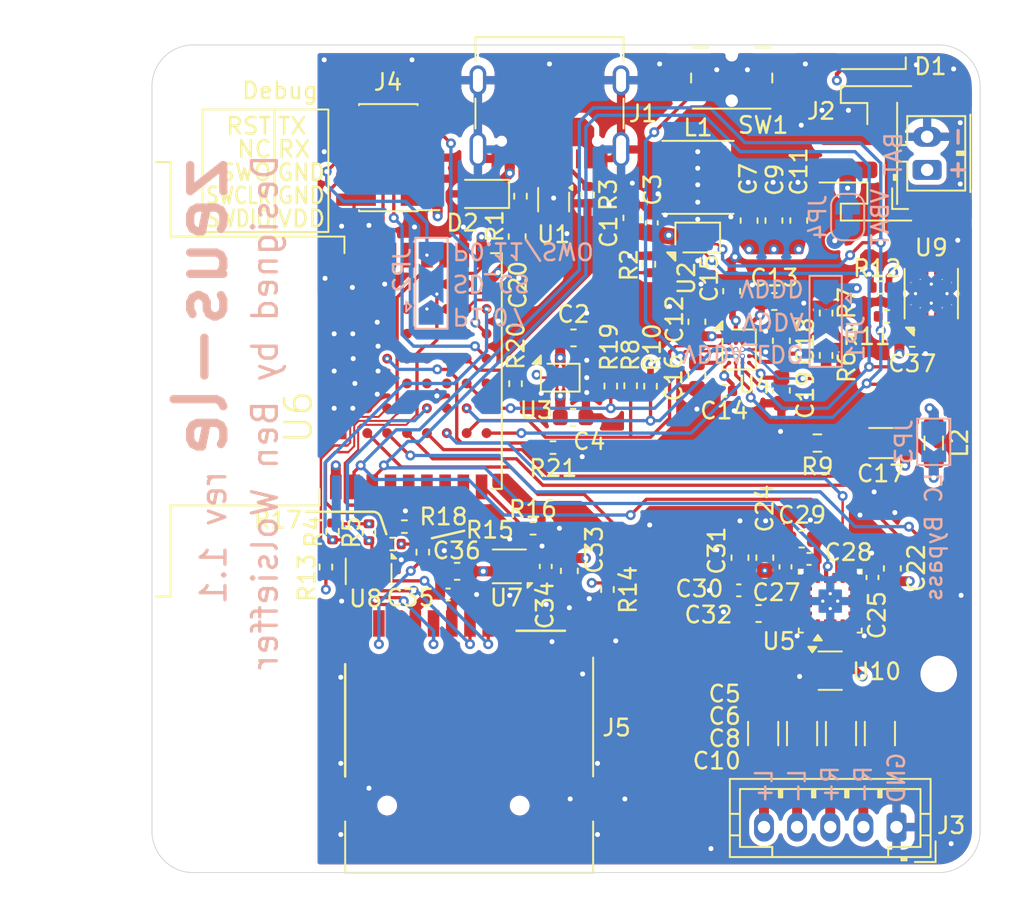
<source format=kicad_pcb>
(kicad_pcb (version 20241229) (generator "pcbnew") (generator_version "9.0")
  (layers (0 "F.Cu" signal) (4 "In1.Cu" signal) (6 "In2.Cu" signal) (8 "In3.Cu" signal) (10 "In4.Cu" signal) (2 "B.Cu" signal) (13 "F.Paste" user) (15 "B.Paste" user) (5 "F.SilkS" user "F.Silkscreen") (7 "B.SilkS" user "B.Silkscreen") (1 "F.Mask" user) (3 "B.Mask" user) (25 "Edge.Cuts" user))
  (net 0 "")
  (net 1 "VSYS")
  (net 2 "GND")
  (net 3 "VDDD")
  (net 4 "/Power/VBUS_RAW")
  (net 5 "/Power/VBAT")
  (net 6 "Net-(U4-VDD)")
  (net 7 "VDDA")
  (net 8 "Net-(C17-Pad2)")
  (net 9 "/Power/VDDA_LDO")
  (net 10 "Net-(J3-Pin_2)")
  (net 11 "Net-(J3-Pin_3)")
  (net 12 "Net-(J3-Pin_4)")
  (net 13 "Net-(U5-DREG)")
  (net 14 "Net-(U5-AREG)")
  (net 15 "Net-(U5-VREF)")
  (net 16 "/SD Card/VDDD_SD")
  (net 17 "Net-(D1-RK)")
  (net 18 "Net-(D1-GK)")
  (net 19 "Net-(D1-BK)")
  (net 20 "/Power/D-")
  (net 21 "/Power/D+")
  (net 22 "Net-(J1-CC2)")
  (net 23 "Net-(J1-CC1)")
  (net 24 "/MCU/SWO")
  (net 25 "/MCU/UART.TX")
  (net 26 "unconnected-(J4-Pin_8-Pad8)")
  (net 27 "/MCU/RST")
  (net 28 "/MCU/UART.RX")
  (net 29 "/MCU/SWDIO")
  (net 30 "Net-(J5-CMD)")
  (net 31 "Net-(J5-DAT2)")
  (net 32 "Net-(J5-DET)")
  (net 33 "Net-(J5-DAT0)")
  (net 34 "Net-(J5-CLK)")
  (net 35 "Net-(J5-DAT3{slash}CD)")
  (net 36 "Net-(J5-DAT1)")
  (net 37 "Net-(JP1-C)")
  (net 38 "Net-(JP2-A)")
  (net 39 "/MCU/SD.~{CS}")
  (net 40 "Net-(L1-Pad2)")
  (net 41 "Net-(L1-Pad1)")
  (net 42 "/MCU/VDDD_VSEL")
  (net 45 "Net-(U4-IMAX)")
  (net 46 "Net-(U4-TS)")
  (net 47 "/MCU/CHG_PG")
  (net 48 "/MCU/CHG_INT")
  (net 49 "/Audio/I2C.SDA")
  (net 50 "/Audio/I2C.SCL")
  (net 51 "/MCU/SD_DET")
  (net 52 "Net-(U4-~{MR})")
  (net 53 "/MCU/USB.D+")
  (net 54 "/MCU/USB.D-")
  (net 55 "/MCU/CHG_LP")
  (net 56 "/Audio/I2S.SCK")
  (net 57 "/Audio/IRQ")
  (net 58 "/Audio/I2S.SD")
  (net 59 "/Audio/I2S.MCK")
  (net 60 "/Audio/I2S.WS")
  (net 72 "Net-(U6-P012)")
  (net 73 "/MCU/SD.SCK")
  (net 75 "/MCU/SD.MISO")
  (net 79 "/MCU/SD_EN")
  (net 88 "/MCU/SD.MOSI")
  (net 92 "Net-(J3-Pin_5)")
  (net 94 "Net-(U6-P031)")
  (net 95 "/MCU/SWCLK")
  (net 96 "/Power/VBUS")
  (net 99 "VBUS_DET")
  (net 100 "/Audio/L+")
  (net 101 "/Audio/L-")
  (net 102 "/Audio/R+")
  (net 103 "/Audio/R-")
  (net 105 "/MCU/CHG_EN")
  (net 106 "Net-(JP4-B)")
  (footprint "Resistor_SMD:R_0402_1005Metric" (layer "F.Cu") (at 166.1 116.55 90)
    (property "Reference" "R2")
    (property "Value" "100k")
  )
  (footprint "Capacitor_SMD:C_0603_1608Metric" (layer "F.Cu") (at 154.525 135.1 180)
    (property "Reference" "C36")
    (property "Value" "10µF")
  )
  (footprint "MountingHole:MountingHole_2.2mm_M2" (layer "F.Cu") (at 183.6 141.3)
    (property "Reference" "H2" (hide yes))
    (property "Value" "MountingHole")
  )
  (footprint "Resistor_SMD:R_0402_1005Metric" (layer "F.Cu") (at 176.8 119.5 90)
    (property "Reference" "R7")
    (property "Value" "5k")
  )
  (footprint "zeus-le:WT02C40C" (layer "F.Cu") (at 157.1 130 90)
    (property "Reference" "U6")
    (property "Value" "WT02C40C-V3")
  )
  (footprint "Capacitor_SMD:C_0402_1005Metric" (layer "F.Cu") (at 175.77 134.35 180)
    (property "Reference" "C28")
    (property "Value" "0.1µF")
  )
  (footprint "Package_TO_SOT_SMD:SOT-363_SC-70-6" (layer "F.Cu") (at 177.05 141.1)
    (property "Reference" "U10")
    (property "Value" "D3V3F4U6S-7")
  )
  (footprint "Resistor_SMD:R_0402_1005Metric" (layer "F.Cu") (at 180.09 117.95 180)
    (property "Reference" "R12")
    (property "Value" "1.21k")
  )
  (footprint "Capacitor_SMD:C_0402_1005Metric" (layer "F.Cu") (at 166.275 114.05 90)
    (property "Reference" "C3")
    (property "Value" "0.1µF")
  )
  (footprint "Capacitor_SMD:C_1206_3216Metric" (layer "F.Cu") (at 180.1125 127.35 180)
    (property "Reference" "C17")
    (property "Value" "100uF")
  )
  (footprint "MountingHole:MountingHole_2.2mm_M2" (layer "F.Cu") (at 138.6 105.8)
    (property "Reference" "H1" (hide yes))
    (property "Value" "MountingHole")
  )
  (footprint "zeus-le:Kinetic_WLCSP-12_1.94x1.28mm_Layout4x3_P0.4mm_Ball0.25mm_Pad0.25mm_NSMD" (layer "F.Cu") (at 160.75 123.4)
    (property "Reference" "U3")
    (property "Value" "KTS1662EUW-TR")
  )
  (footprint "Resistor_SMD:R_0402_1005Metric" (layer "F.Cu") (at 163.6 136.2 90)
    (property "Reference" "R14")
    (property "Value" "10k")
  )
  (footprint "Capacitor_SMD:C_0603_1608Metric" (layer "F.Cu") (at 180.8 134.925 90)
    (property "Reference" "C22")
    (property "Value" "10µF")
  )
  (footprint "Capacitor_SMD:C_0603_1608Metric" (layer "F.Cu") (at 169 120.025 90)
    (property "Reference" "C12")
    (property "Value" "4.7µF")
  )
  (footprint "Capacitor_SMD:C_0402_1005Metric" (layer "F.Cu") (at 153.98 136.5 180)
    (property "Reference" "C35")
    (property "Value" "0.1µF")
  )
  (footprint "Capacitor_SMD:C_0603_1608Metric" (layer "F.Cu") (at 169 123.275 -90)
    (property "Reference" "C16")
    (property "Value" "4.7µF")
  )
  (footprint "Resistor_SMD:R_0402_1005Metric" (layer "F.Cu") (at 159.11 132.5)
    (property "Reference" "R16")
    (property "Value" "100k")
  )
  (footprint "Resistor_SMD:R_0402_1005Metric" (layer "F.Cu") (at 150.64 133.45 180)
    (property "Reference" "R17")
    (property "Value" "10k")
  )
  (footprint "Resistor_SMD:R_0402_1005Metric" (layer "F.Cu") (at 149.2 132.74 -90)
    (property "Reference" "R5")
    (property "Value" "10k")
  )
  (footprint "zeus-le:microSD_HC_CUI_MSD-1-A" (layer "F.Cu") (at 155.25 149.25)
    (property "Reference" "J5")
    (property "Value" "MSD-1-A")
  )
  (footprint "Resistor_SMD:R_0402_1005Metric" (layer "F.Cu") (at 146.6 134.84 90)
    (property "Reference" "R13")
    (property "Value" "100k")
  )
  (footprint "Resistor_SMD:R_0402_1005Metric" (layer "F.Cu") (at 162.4 112.36 -90)
    (property "Reference" "R3")
    (property "Value" "5.1k")
  )
  (footprint "Capacitor_SMD:C_0603_1608Metric" (layer "F.Cu") (at 161.3 135.075 -90)
    (property "Reference" "C33")
    (property "Value" "10µF")
  )
  (footprint "Capacitor_SMD:C_0603_1608Metric" (layer "F.Cu") (at 182 121.025)
    (property "Reference" "C37")
    (property "Value" "1µF")
  )
  (footprint "Resistor_SMD:R_0402_1005Metric" (layer "F.Cu") (at 147 132.69 -90)
    (property "Reference" "R4")
    (property "Value" "10k")
  )
  (footprint "Button_Switch_SMD:Panasonic_EVQPUM_EVQPUD" (layer "F.Cu") (at 171.1 105.3)
    (property "Reference" "SW1")
    (property "Value" "EVQPUD02K")
  )
  (footprint "Resistor_SMD:R_0402_1005Metric" (layer "F.Cu") (at 166.2 123.92 -90)
    (property "Reference" "R10")
    (property "Value" "100k")
  )
  (footprint "Package_TO_SOT_SMD:SOT-563" (layer "F.Cu") (at 160.35 112.65 -90)
    (property "Reference" "U1")
    (property "Value" "NUF2042XV6T1G")
  )
  (footprint "Resistor_SMD:R_0402_1005Metric" (layer "F.Cu") (at 151.34 132.4 180)
    (property "Reference" "R18")
    (property "Value" "10k")
  )
  (footprint "Capacitor_SMD:C_0603_1608Metric" (layer "F.Cu") (at 158.15 114.875 90)
    (property "Reference" "C20")
    (property "Value" "4.7µF")
  )
  (footprint "Connector_JST:JST_PH_S2B-PH-SM4-TB_1x02-1MP_P2.00mm_Horizontal" (layer "F.Cu") (at 181 109.85 90)
    (property "Reference" "J2")
    (property "Value" "S2B-PH-SM4-TB")
  )
  (footprint "MountingHole:MountingHole_2.2mm_M2" (layer "F.Cu") (at 138.6 150.8)
    (property "Reference" "H3" (hide yes))
    (property "Value" "MountingHole")
  )
  (footprint "Capacitor_SMD:C_0603_1608Metric" (layer "F.Cu") (at 171.1 118.175 90)
    (property "Reference" "C15")
    (property "Value" "10µF")
  )
  (footprint "Resistor_SMD:R_0402_1005Metric" (layer "F.Cu") (at 152.45 133.94 -90)
    (property "Reference" "R15")
    (property "Value" "10k")
  )
  (footprint "Capacitor_SMD:C_0402_1005Metric" (layer "F.Cu") (at 170.67 124.2 180)
    (property "Reference" "C14")
    (property "Value" "0.1µF")
  )
  (footprint "zeus-le:Richtek_WLCSP-15_1.4x2.3mm_Layout3x5_P0.4mm_NSMD" (layer "F.Cu") (at 169.05 114.935 90)
    (property "Reference" "U2")
    (property "Value" "RT6160AWSC")
  )
  (footprint "Capacitor_SMD:C_0402_1005Metric" (layer "F.Cu") (at 174.35 134.83 90)
    (property "Reference" "C27")
    (property "Value" "0.1µF")
  )
  (footprint "Capacitor_SMD:C_0603_1608Metric" (layer "F.Cu") (at 174.1 121.175 90)
    (property "Reference" "C18")
    (property "Value" "4.7µF")
  )
  (footprint "Capacitor_SMD:C_0402_1005Metric" (layer "F.Cu") (at 171.53 136.25 180)
    (property "Reference" "C30")
    (property "Value" "0.1µF")
  )
  (footprint "zeus-le:Texas_RTE_WQFN-20-1EP_3x3mm_P0.5mm_EP1.4x1.4mm_ThermalVias" (layer "F.Cu") (at 177.05 136.9 90)
    (property "Reference" "U5")
    (property "Value" "TLV320ADC6120IRTER")
  )
  (footprint "Connector_JST:JST_PH_B2B-PH-K_1x02_P2.00mm_Vertical" (layer "F.Cu") (at 182.9 110.85 90)
    (property "Reference" "J6" (hide yes))
    (property "Value" "B2B-PH-K-S")
  )
  (footprint "zeus-le:L_Bourns_SRP4020FA_4.1x4.1mm" (layer "F.Cu") (at 169.065 111.3)
    (property "Reference" "L1")
    (property "Value" "0.47µH")
  )
  (footprint "Resistor_SMD:R_0603_1608Metric" (layer "F.Cu") (at 176.275 127.35 180)
    (property "Reference" "R9")
    (property "Value" "0.1")
  )
  (footprint "Capacitor_SMD:C_0603_1608Metric" (layer "F.Cu") (at 172.725 137.65 180)
    (property "Reference" "C32")
    (property "Value" "1µF")
  )
  (footprint "Resistor_SMD:R_0402_1005Metric" (layer "F.Cu") (at 180.46 119.7 180)
    (property "Reference" "R11")
    (property "Value" "1.21k")
  )
  (footprint "Capacitor_SMD:C_0603_1608Metric" (layer "F.Cu") (at 172.15 113.91 90)
    (property "Reference" "C7")
    (property "Value" "22µF")
  )
  (footprint "Capacitor_SMD:C_0603_1608Metric" (layer "F.Cu") (at 161.55 121)
    (property "Reference" "C2")
    (property "Value" "1µF")
  )
  (footprint "Capacitor_SMD:C_0402_1005Metric" (layer "F.Cu") (at 179.6 135.47 90)
    (property "Reference" "C25")
    (property "Value" "0.1µF")
  )
  (footprint "Resistor_SMD:R_0402_1005Metric" (layer "F.Cu") (at 158.35 112.44 -90)
    (property "Reference" "R1")
    (property "Value" "5.1k")
  )
  (footprint "Resistor_SMD:R_0402_1005Metric" (layer "F.Cu") (at 176.8 122.06 90)
    (property "Reference" "R6")
    (property "Value" "10k")
  )
  (footprint "Capacitor_SMD:C_0603_1608Metric" (layer "F.Cu") (at 165.075 113.75 90)
    (property "Reference" "C1")
    (property "Value" "10µF")
  )
  (footprint "Capacitor_SMD:C_0603_1608Metric" (layer "F.Cu") (at 173.1 134.275 90)
    (property "Reference" "C24")
    (property "Value" "1µF")
  )
  (footprint "Package_SON:Texas_R-PWSON-N12_EP0.4x2mm" (layer "F.Cu") (at 149.18 135.1 -90)
    (property "Reference" "U8")
    (property "Value" "TPD6F003DQDR")
  )
  (footprint "Connector_PinHeader_1.27mm:PinHeader_2x05_P1.27mm_Vertical_SMD" (layer "F.Cu") (at 150.37 110.11 180)
    (property "Reference" "J4")
    (property "Value" "BD125-10-A-0305-0580-L-B")
  )
  (footprint "Resistor_SMD:R_0402_1005Metric" (layer "F.Cu") (at 165 123.89 -90)
    (property "Reference" "R8")
    (property "Value" "100k")
  )
  (footprint "zeus-le:USB_C_Receptacle_Amphenol_12402012E21-2A" (layer "F.Cu") (at 160.1 105.435 180)
    (property "Reference" "J1")
    (property "Value" "12402012E212A")
  )
  (footprint "Inductor_SMD:L_0805_2012Metric" (layer "F.Cu") (at 183.3 127.35 -90)
    (property "Reference" "L2")
    (property "Value" "22uH")
  )
  (footprint "Diode_SMD:D_SOD-323" (layer "F.Cu") (at 156.05 112.3 180)
    (property "Reference" "D2")
    (property "Value" "XCUZ36V")
  )
  (footprint "Capacitor_SMD:C_1206_3216Metric" (layer "F.Cu") (at 173 144.9 90)
    (property "Reference" "C5")
    (property "Value" "1µF")
  )
  (footprint "Capacitor_SMD:C_1206_3216Metric" (layer "F.Cu") (at 175.35 144.9 90)
    (property "Reference" "C6")
    (property "Value" "1µF")
  )
  (footprint "zeus-le:LED_QBLP615-RGB-3053" (layer "F.Cu") (at 179.6 104.3)
    (property "Reference" "D1")
    (property "Value" "QBLP615-RGB-3053")
  )
  (footprint "Capacitor_SMD:C_0402_1005Metric" (layer "F.Cu") (at 159.875 134.805 -90)
    (property "Reference" "C34")
    (property "Value" "0.1µF")
  )
  (footprint "Capacitor_SMD:C_0603_1608Metric" (layer "F.Cu") (at 173.675 118.8)
    (property "Reference" "C13")
    (property "Value" "4.7µF")
  )
  (footprint "zeus-le:Diodes_UDFN2018-6" (layer "F.Cu") (at 157.675 134.8 180)
    (property "Reference" "U7")
    (property "Value" "AP21510FM-7")
  )
  (footprint "Capacitor_SMD:C_1206_3216Metric" (layer "F.Cu") (at 180.05 144.9 90)
    (property "Reference" "C10")
    (property "Value" "1µF")
  )
  (footprint "Resistor_SMD:R_0402_1005Metric" (layer "F.Cu") (at 158.05 123.765 90)
    (property "Reference" "R20")
    (property "Value" "100k")
  )
  (footprint "Capacitor_SMD:C_0603_1608Metric" (layer "F.Cu") (at 175.15 113.91 90)
    (property "Reference" "C11")
    (property "Value" "22µF")
  )
  (footprint "Capacitor_SMD:C_0603_1608Metric" (layer "F.Cu") (at 174.1 124.175 -90)
    (property "Reference" "C19")
    (property "Value" "4.7µF")
  )
  (footprint "Resistor_SMD:R_0402_1005Metric" (layer "F.Cu") (at 160.31 127.625)
    (property "Reference" "R21")
    (property "Value" "100k")
  )
  (footprint "Connector_JST:JST_PH_B5B-PH-K_1x05_P2.00mm_Vertical" (layer "F.Cu") (at 181.05 150.55 180)
    (property "Reference" "J3")
    (property "Value" "B5B-PH-K-S")
  )
  (footprint "Resistor_SMD:R_0402_1005Metric" (layer "F.Cu") (at 163.8 123.91 90)
    (property "Reference" "R19")
    (property "Value" "100k")
  )
  (footprint "Capacitor_SMD:C_0603_1608Metric" (layer "F.Cu") (at 173.65 113.91 90)
    (property "Reference" "C9")
    (property "Value" "22µF")
  )
  (footprint "zeus-le:Texas_DSBGA-20_1.615x2.015mm_Layout4x5_P0.4mm_NSMD" (layer "F.Cu") (at 171.55 121.7)
    (property "Reference" "U4")
    (property "Value" "BQ25150YFPR")
  )
  (footprint "Capacitor_SMD:C_1206_3216Metric" (layer "F.Cu") (at 177.7 144.9 90)
    (property "Reference" "C8")
    (property "Value" "1µF")
  )
  (footprint "Capacitor_SMD:C_0603_1608Metric" (layer "F.Cu") (at 175.325 133.15 180)
    (property "Reference" "C29")
    (property "Value" "10µF")
  )
  (footprint "zeus-le:WSON-8-1EP_3x3mm_P0.65mm_EP1.65x2.4mm_ThermalVias" (layer "F.Cu") (at 183.15 118.325 90)
    (property "Reference" "U9")
    (property "Value" "LP5810ADSDR")
  )
  (footprint "Capacitor_SMD:C_0603_1608Metric" (layer "F.Cu") (at 161.525 125.8)
    (property "Reference" "C4")
    (property "Value" "1µF")
  )
  (footprint "Capacitor_SMD:C_0603_1608Metric" (layer "F.Cu") (at 171.6 134.275 90)
    (property "Reference" "C31")
    (property "Value" "10µF")
  )
  (footprint "Jumper:SolderJumper-2_P1.3mm_Open_TrianglePad1.0x1.5mm" (layer "B.Cu") (at 183.3 127.275 -90)
    (property "Reference" "JP3")
    (property "Value" "LC Bypass")
  )
  (footprint "Jumper:SolderJumper-3_P2.0mm_Open_TrianglePad1.0x1.5mm" (layer "B.Cu") (at 152.95 117.7 90)
    (property "Reference" "JP2")
    (property "Value" "SWO_CS")
  )
  (footprint "Jumper:SolderJumper-3_P2.0mm_Open_TrianglePad1.0x1.5mm" (layer "B.Cu") (at 176.8 120 -90)
    (property "Reference" "JP1")
    (property "Value" "VDDA_SUPPLY")
  )
  (footprint "Jumper:SolderJumper-2_P1.3mm_Bridged_RoundedPad1.0x1.5mm" (layer "B.Cu") (at 178.1 113.7 -90)
    (property "Reference" "JP4")
    (property "Value" "VBAT")
  )
  (gr_line (start 154.95 132.65) (end 153 133.1) (stroke (width 0.15)) (layer "F.SilkS"))
  (gr_line (start 143.5 114.6) (end 143.5 107.2) (stroke (width 0.12)) (layer "F.SilkS"))
  (gr_line (start 149.913962 131.841886) (end 150.25 132.85) (stroke (width 0.15)) (layer "F.SilkS"))
  (gr_arc (start 149.43962 131.5) (mid 149.731966 131.594387) (end 149.913962 131.841886) (stroke (width 0.15)) (layer "F.SilkS"))
  (gr_rect (start 139.15 107.2) (end 146.75 114.6) (stroke (width 0.12)) (fill no) (layer "F.SilkS"))
  (gr_line (start 145.4 131.5) (end 149.43962 131.5) (stroke (width 0.15)) (layer "F.SilkS"))
  (gr_arc (start 186.1 150.8) (mid 185.367767 152.567767) (end 183.6 153.3) (stroke (width 0.05)) (layer "Edge.Cuts"))
  (gr_arc (start 183.6 103.3) (mid 185.367767 104.032233) (end 186.1 105.8) (stroke (width 0.05)) (layer "Edge.Cuts"))
  (gr_line (start 186.1 105.8) (end 186.1 150.8) (stroke (width 0.05)) (layer "Edge.Cuts"))
  (gr_arc (start 138.6 153.3) (mid 136.832233 152.567767) (end 136.1 150.8) (stroke (width 0.05)) (layer "Edge.Cuts"))
  (gr_line (start 183.6 153.3) (end 138.6 153.3) (stroke (width 0.05)) (layer "Edge.Cuts"))
  (gr_line (start 138.6 103.3) (end 183.6 103.3) (stroke (width 0.05)) (layer "Edge.Cuts"))
  (gr_arc (start 136.1 105.8) (mid 136.832233 104.032233) (end 138.6 103.3) (stroke (width 0.05)) (layer "Edge.Cuts"))
  (gr_line (start 136.1 150.8) (end 136.1 105.8) (stroke (width 0.05)) (layer "Edge.Cuts"))
  (gr_text "NC" (at 143.4 109.6 0) (layer "F.SilkS") (effects (font (size 1 1)) (justify right)))
  (gr_text "RST" (at 143.4 108.2 0) (layer "F.SilkS") (effects (font (size 1 1)) (justify right)))
  (gr_text "TX" (at 143.6 108.2 0) (layer "F.SilkS") (effects (font (size 1 1)) (justify left)))
  (gr_text "SWO" (at 143.4 111 0) (layer "F.SilkS") (effects (font (size 1 1)) (justify right)))
  (gr_text "GND" (at 143.6 111 0) (layer "F.SilkS") (effects (font (size 1 0.93)) (justify left)))
  (gr_text "RX" (at 143.6 109.6 0) (layer "F.SilkS") (effects (font (size 1 1)) (justify left)))
  (gr_text "VDD" (at 143.6 113.8 0) (layer "F.SilkS") (effects (font (size 1 1)) (justify left)))
  (gr_text "SWDIO" (at 143.4 113.8 0) (layer "F.SilkS") (effects (font (size 1 0.85) (thickness 0.15) (bold yes)) (justify right)))
  (gr_text "Debug" (at 141.45 106.65 0) (layer "F.SilkS") (effects (font (size 1 1)) (justify left bottom)))
  (gr_text "SWCLK" (at 143.4 112.4 0) (layer "F.SilkS") (effects (font (size 1 0.8) (thickness 0.15) (bold yes)) (justify right)))
  (gr_text "GND" (at 143.6 112.4 0) (layer "F.SilkS") (effects (font (size 1 0.93)) (justify left)))
  (gr_text "VDDA_LDO" (at 175.55 121.95 180) (layer "B.SilkS") (effects (font (size 1 1)) (justify right mirror)))
  (gr_text "+" (at 184.7 110.85 90) (layer "B.SilkS") (effects (font (size 1 1) (thickness 0.2) (bold yes)) (justify mirror)))
  (gr_text "VDDA" (at 175.55 120 180) (layer "B.SilkS") (effects (font (size 1 1)) (justify right mirror)))
  (gr_text "R-" (at 179.05 149.2 90) (layer "B.SilkS") (effects (font (size 1 1)) (justify right mirror)))
  (gr_text "L-" (at 175.05 149.2 90) (layer "B.SilkS") (effects (font (size 1 1)) (justify right mirror)))
  (gr_text "SD_CS" (at 154.15 117.7 180) (layer "B.SilkS") (effects (font (size 1 1)) (justify left mirror)))
  (gr_text "-" (at 184.7 108.85 90) (layer "B.SilkS") (effects (font (size 1 1) (thickness 0.2) (bold yes)) (justify mirror)))
  (gr_text "Designed by Ben Wolsieffer" (at 143.8 109.8 90) (layer "B.SilkS") (effects (font (size 1.5 1.5) (thickness 0.2)) (justify left bottom mirror)))
  (gr_text "VBAT" (at 180.65 111.9 90) (layer "B.SilkS") (effects (font (size 1 1)) (justify left bottom mirror)))
  (gr_text "LC Bypass" (at 183.3 129.05 90) (layer "B.SilkS") (effects (font (size 1 1)) (justify left mirror)))
  (gr_text "BAT" (at 181.45 109.9 90) (layer "B.SilkS") (effects (font (size 1 1)) (justify bottom mirror)))
  (gr_text "R+" (at 177.05 149.2 90) (layer "B.SilkS") (effects (font (size 1 1)) (justify right mirror)))
  (gr_text "VDDD" (at 175.55 118 180) (layer "B.SilkS") (effects (font (size 1 1)) (justify right mirror)))
  (gr_text "zeus-le" (at 140.8 109.8 90) (layer "B.SilkS") (effects (font (size 3 3) (thickness 0.5) (bold yes)) (justify left bottom mirror)))
  (gr_text "P0.11/SWO" (at 154.15 115.75 180) (layer "B.SilkS") (effects (font (size 1 1)) (justify left mirror)))
  (gr_text "L+" (at 173.05 149.2 90) (layer "B.SilkS") (effects (font (size 1 1)) (justify right mirror)))
  (gr_text "P1.07" (at 154.15 119.7 180) (layer "B.SilkS") (effects (font (size 1 1)) (justify left mirror)))
  (gr_text "GND" (at 181.05 149.2 90) (layer "B.SilkS") (effects (font (size 1 1)) (justify right mirror)))
  (gr_text "rev 1.1" (at 140.7 128.9 90) (layer "B.SilkS") (effects (font (size 1.5 1.5) (thickness 0.2)) (justify left bottom mirror)))
  (segment (start 168.25 114.935) (end 167.75 114.935) (width 0.15) (layer "F.Cu") (net 1))
  (segment (start 171.35 119.95) (end 171.15 119.75) (width 0.4) (layer "F.Cu") (net 1))
  (segment (start 171.35 120.6) (end 171.35 120.9) (width 0.15) (layer "F.Cu") (net 1))
  (segment (start 171.15 119) (end 171.1 118.95) (width 0.25) (layer "F.Cu") (net 1))
  (segment (start 171.35 120.9) (end 171.35 121.3) (width 0.15) (layer "F.Cu") (net 1))
  (segment (start 171.15 119.75) (end 171.15 119) (width 0.4) (layer "F.Cu") (net 1))
  (segment (start 168.25 115.335) (end 167.715 115.335) (width 0.15) (layer "F.Cu") (net 1))
  (segment (start 171.1 118.95) (end 171 118.95) (width 0.25) (layer "F.Cu") (net 1))
  (segment (start 168.25 114.535) (end 167.75 114.535) (width 0.15) (layer "F.Cu") (net 1))
  (segment (start 171.35 119.95) (end 171.35 120.6) (width 0.25) (layer "F.Cu") (net 1))
  (via (at 171.35 119.95) (size 0.6) (drill 0.3) (layers "F.Cu" "B.Cu") (net 1))
  (via (at 167.3 114.8) (size 0.6) (drill 0.3) (layers "F.Cu" "B.Cu") (net 1))
  (segment (start 148.225 125.25) (end 147.1 126.375) (width 0.6) (layer "F.Cu") (net 2))
  (segment (start 169.05 114.15) (end 169.05 113.835) (width 0.25) (layer "F.Cu") (net 2))
  (segment (start 182.8 121.05) (end 182.775 121.025) (width 0.6) (layer "F.Cu") (net 2))
  (segment (start 160.195 135.78) (end 160.265 135.85) (width 0.4) (layer "F.Cu") (net 2))
  (segment (start 175.3 135.15) (end 175.3 134.36) (width 0.4) (layer "F.Cu") (net 2))
  (segment (start 161.3 135.85) (end 160.265 135.85) (width 0.6) (layer "F.Cu") (net 2))
  (segment (start 158.775 122.455) (end 158.05 123.18) (width 0.4) (layer "F.Cu") (net 2))
  (segment (start 178.282812 138.132812) (end 179.1 138.95) (width 0.2) (layer "F.Cu") (net 2))
  (segment (start 179.6 134.99) (end 179.96 134.99) (width 0.4) (layer "F.Cu") (net 2))
  (segment (start 147.475 122.25) (end 147.1 121.875) (width 0.6) (layer "F.Cu") (net 2))
  (segment (start 182.825 119.725) (end 182.825 118.65) (width 0.25) (layer "F.Cu") (net 2))
  (segment (start 152.3 110.1) (end 152.32 110.08) (width 0.6) (layer "F.Cu") (net 2))
  (segment (start 163.85 110.185) (end 164.42 109.615) (width 0.4) (layer "F.Cu") (net 2))
  (segment (start 169.05 114.15) (end 169.05 114.535) (width 0.15) (layer "F.Cu") (net 2))
  (segment (start 182.775 121.025) (end 182.825 120.975) (width 0.25) (layer "F.Cu") (net 2))
  (segment (start 163.3 110.185) (end 163.85 110.185) (width 0.4) (layer "F.Cu") (net 2))
  (segment (start 148.35 123.75) (end 149.1 123.75) (width 0.6) (layer "F.Cu") (net 2))
  (segment (start 173.9 120.6) (end 174.1 120.4) (width 0.25) (layer "F.Cu") (net 2))
  (segment (start 153.5 136.5) (end 153.5 135.35) (width 0.6) (layer "F.Cu") (net 2))
  (segment (start 152 138.25) (end 152 137.331371) (width 0.6) (layer "F.Cu") (net 2))
  (segment (start 152.831371 136.5) (end 153.5 136.5) (width 0.6) (layer "F.Cu") (net 2))
  (segment (start 160.15 123.8) (end 159.6 124.35) (width 0.15) (layer "F.Cu") (net 2))
  (segment (start 172.55 121.7) (end 172.15 121.7) (width 0.15) (layer "F.Cu") (net 2))
  (segment (start 172.55 121.7) (end 173 121.7) (width 0.25) (layer "F.Cu") (net 2))
  (segment (start 158.05 123.255) (end 158.155 123.255) (width 0.4) (layer "F.Cu") (net 2))
  (segment (start 172.75 120.6) (end 173.15 120.6) (width 0.25) (layer "F.Cu") (net 2))
  (segment (start 175.817188 138.132812) (end 175.05 138.9) (width 0.2) (layer "F.Cu") (net 2))
  (segment (start 171.6 113.685) (end 172.15 113.135) (width 0.6) (layer "F.Cu") (net 2))
  (segment (start 148.18 134.475) (end 148.18 135.099999) (width 0.2) (layer "F.Cu") (net 2))
  (segment (start 153.5 135.35) (end 153.75 135.1) (width 0.6) (layer "F.Cu") (net 2))
  (segment (start 169.05 114.535) (end 169.05 114.935) (width 0.15) (layer "F.Cu") (net 2))
  (segment (start 173 121.7) (end 173.15 121.85) (width 0.25) (layer "F.Cu") (net 2))
  (segment (start 179.59 135) (end 179.6 134.99) (width 0.4) (layer "F.Cu") (net 2))
  (segment (start 175.05 138.9) (end 175.05 139) (width 0.2) (layer "F.Cu") (net 2))
  (segment (start 148.25 122.25) (end 147.475 122.25) (width 0.6) (layer "F.Cu") (net 2))
  (segment (start 157.675 134.8) (end 157.675 134.925) (width 0.4) (layer "F.Cu") (net 2))
  (segment (start 165.7 112.975) (end 166.3 113.575) (width 0.4) (layer "F.Cu") (net 2))
  (segment (start 159.925 135.51) (end 159.875 135.51) (width 0.6) (layer "F.Cu") (net 2))
  (segment (start 157.675 134.8) (end 158.655 135.78) (width 0.4) (layer "F.Cu") (net 2))
  (segment (start 175.817188 135.667188) (end 175.3 135.15) (width 0.2) (layer "F.Cu") (net 2))
  (segment (start 182.825 120.975) (end 182.825 119.725) (width 0.25) (layer "F.Cu") (net 2))
  (segment (start 148.25 122.25) (end 149.1 122.25) (width 0.6) (layer "F.Cu") (net 2))
  (segment (start 158.05 123.18) (end 158.05 123.255) (width 0.4) (layer "F.Cu") (net 2))
  (segment (start 171.6 133.5) (end 173.1 133.5) (width 0.4) (layer "F.Cu") (net 2))
  (segment (start 182.8 121.95) (end 182.8 121.05) (width 0.6) (layer "F.Cu") (net 2))
  (segment (start 152 137.331371) (end 152.831371 136.5) (width 0.6) (layer "F.Cu") (net 2))
  (segment (start 175.29 134.35) (end 175.29 133.89) (width 0.4) (layer "F.Cu") (net 2))
  (segment (start 182.825 118.65) (end 183.15 118.325) (width 0.25) (layer "F.Cu") (net 2))
  (segment (start 148.225 120.75) (end 147.1 119.625) (width 0.6) (layer "F.Cu") (net 2))
  (segment (start 174.2 133.5) (end 174.55 133.15) (width 0.4) (layer "F.Cu") (net 2))
  (segment (start 160.35 112.55) (end 160.35 111.9) (width 0.3) (layer "F.Cu") (net 2))
  (segment (start 158.155 123.255) (end 158.9 124) (width 0.4) (layer "F.Cu") (net 2))
  (segment (start 175.55 141.1) (end 176.05 141.1) (width 0.4) (layer "F.Cu") (net 2))
  (segment (start 179.96 134.99) (end 180.8 134.15) (width 0.4) (layer "F.Cu") (net 2))
  (segment (start 148.225 120.75) (end 149.1 120.75) (width 0.6) (layer "F.Cu") (net 2))
  (segment (start 157.675 134.925) (end 158.075 135.325) (width 0.4) (layer "F.Cu") (net 2))
  (segment (start 161.65 124.1) (end 161.35 123.8) (width 0.15) (layer "F.Cu") (net 2))
  (segment (start 169.05 115.7) (end 169.05 116.335) (width 0.25) (layer "F.Cu") (net 2))
  (segment (start 172.45 120.9) (end 172.15 120.9) (width 0.15) (layer "F.Cu") (net 2))
  (segment (start 172.525 120.825) (end 172.45 120.9) (width 0.15) (layer "F.Cu") (net 2))
  (segment (start 175.29 133.89) (end 174.55 133.15) (width 0.4) (layer "F.Cu") (net 2))
  (segment (start 178.8 135.15) (end 178.95 135) (width 0.4) (layer "F.Cu") (net 2))
  (segment (start 158.655 135.78) (end 160.195 135.78) (width 0.4) (layer "F.Cu") (net 2))
  (segment (start 160.265 135.85) (end 159.925 135.51) (width 0.6) (layer "F.Cu") (net 2))
  (segment (start 158.65 135.3) (end 158.65 135.775) (width 0.3) (layer "F.Cu") (net 2))
  (segment (start 151.15 134.4) (end 150.425 135.125) (width 0.3) (layer "F.Cu") (net 2))
  (segment (start 148.225 125.25) (end 149.1 125.25) (width 0.6) (layer "F.Cu") (net 2))
  (segment (start 161.35 123) (end 161.65 122.7) (width 0.15) (layer "F.Cu") (net 2))
  (segment (start 173.1 133.5) (end 174.2 133.5) (width 0.4) (layer "F.Cu") (net 2))
  (segment (start 175.2 141.45) (end 175.55 141.1) (width 0.4) (layer "F.Cu") (net 2))
  (segment (start 174.35 133.35) (end 174.35 134.35) (width 0.4) (layer "F.Cu") (net 2))
  (segment (start 148.18 135.099999) (end 148.18 135.725) (width 0.2) (layer "F.Cu") (net 2))
  (segment (start 149.205 135.125) (end 149.18 135.1) (width 0.3) (layer "F.Cu") (net 2))
  (segment (start 148.35 123.75) (end 147.475 123.75) (width 0.6) (layer "F.Cu") (net 2))
  (segment (start 166.3 113.575) (end 167.09 113.575) (width 0.4) (layer "F.Cu") (net 2))
  (segment (start 169.05 115.7) (end 169.05 115.335) (width 0.15) (layer "F.Cu") (net 2))
  (segment (start 174.35 134.35) (end 174.5 134.35) (width 0.4) (layer "F.Cu") (net 2))
  (segment (start 171.05 113.685) (end 171.6 113.685) (width 0.6) (layer "F.Cu") (net 2))
  (segment (start 175.3 134.36) (end 175.29 134.35) (width 0.4) (layer "F.Cu") (net 2))
  (segment (start 147.475 123.75) (end 147.1 124.125) (width 0.6) (layer "F.Cu") (net 2))
  (segment (start 161.35 123.4) (end 162.35 123.4) (width 0.15) (layer "F.Cu") (net 2))
  (segment (start 173.15 120.6) (end 173.9 120.6) (width 0.25) (layer "F.Cu") (net 2))
  (segment (start 174.5 134.35) (end 175.3 135.15) (width 0.4) (layer "F.Cu") (net 2))
  (segment (start 165.075 112.975) (end 165.7 112.975) (width 0.4) (layer "F.Cu") (net 2))
  (segment (start 160.15 123) (end 159.9 122.75) (width 0.15) (layer "F.Cu") (net 2))
  (segment (start 156.9 110.185) (end 156.35 110.185) (width 0.4) (layer "F.Cu") (net 2))
  (segment (start 156.35 110.185) (end 155.78 109.615) (width 0.4) (layer "F.Cu") (net 2))
  (segment (start 183 121.025) (end 182.775 121.025) (width 0.25) (layer "F.Cu") (net 2))
  (segment (start 174.55 133.15) (end 174.35 133.35) (width 0.4) (layer "F.Cu") (net 2))
  (segment (start 179.1 138.95) (end 179.1 139) (width 0.2) (layer "F.Cu") (net 2))
  (segment (start 178.95 135) (end 179.59 135) (width 0.4) (layer "F.Cu") (net 2))
  (segment (start 172.525 120.825) (end 172.75 120.6) (width 0.25) (layer "F.Cu") (net 2))
  (segment (start 178.282812 135.667188) (end 178.8 135.15) (width 0.2) (layer "F.Cu") (net 2))
  (segment (start 158.65 135.775) (end 158.655 135.78) (width 0.3) (layer "F.Cu") (net 2))
  (segment (start 150.425 135.125) (end 149.205 135.125) (width 0.3) (layer "F.Cu") (net 2))
  (via (at 157.011261 119.978384) (size 0.6) (drill 0.3) (layers "F.Cu" "B.Cu") (net 2))
  (via (at 150.15 117.75) (size 0.6) (drill 0.3) (layers "F.Cu" "B.Cu") (net 2))
  (via (at 169.05 112.8) (size 0.6) (drill 0.3) (layers "F.Cu" "B.Cu") (net 2))
  (via (at 178.45 119.05) (size 0.6) (drill 0.3) (layers "F.Cu" "B.Cu") (net 2))
  (via (at 162.5 136.75) (size 0.6) (drill 0.3) (layers "F.Cu" "B.Cu") (net 2))
  (via (at 175.85 132) (size 0.6) (drill 0.3) (layers "F.Cu" "B.Cu") (net 2))
  (via (at 167.09 113.575) (size 0.6) (drill 0.3) (layers "F.Cu" "B.Cu") (net 2))
  (via (at 169.05 113.835) (size 0.5) (drill 0.3) (layers "F.Cu" "B.Cu") (net 2))
  (via (at 175.3 108.15) (size 0.6) (drill 0.3) (layers "F.Cu" "B.Cu") (net 2))
  (via (at 166.65 112.3) (size 0.6) (drill 0.3) (layers "F.Cu" "B.Cu") (net 2))
  (via (at 147.5 141.5) (size 0.6) (drill 0.3) (layers "F.Cu" "B.Cu") (net 2))
  (via (at 184.9 111.7) (size 0.6) (drill 0.3) (layers "F.Cu" "B.Cu") (net 2))
  (via (at 180.95 131.55) (size 0.6) (drill 0.3) (layers "F.Cu" "B.Cu") (net 2))
  (via (at 162.1 141.3) (size 0.6) (drill 0.3) (layers "F.Cu" "B.Cu") (net 2))
  (via (at 166.75 104.45) (size 0.6) (drill 0.3) (layers "F.Cu" "B.Cu") (net 2))
  (via (at 179.1 139) (size 0.6) (drill 0.3) (layers "F.Cu" "B.Cu") (net 2))
  (via (at 184.5 104.75) (size 0.6) (drill 0.3) (layers "F.Cu" "B.Cu") (net 2))
  (via (at 160.7 132.5) (size 0.6) (drill 0.3) (layers "F.Cu" "B.Cu") (net 2))
  (via (at 178.85 131.7) (size 0.6) (drill 0.3) (layers "F.Cu" "B.Cu") (net 2))
  (via (at 178.15 107.25) (size 0.6) (drill 0.3) (layers "F.Cu" "B.Cu") (net 2))
  (via (at 149.7 120.05) (size 0.6) (drill 0.3) (layers "F.Cu" "B.Cu") (net 2))
  (via (at 163.7 112.95) (size 0.6) (drill 0.3) (layers "F.Cu" "B.Cu") (net 2))
  (via (at 184.75 115.1) (size 0.6) (drill 0.3) (layers "F.Cu" "B.Cu") (net 2))
  (via (at 162.35 123.4) (size 0.6) (drill 0.3) (layers "F.Cu" "B.Cu") (net 2))
  (via (at 169.05 116.335) (size 0.6) (drill 0.3) (layers "F.Cu" "B.Cu") (net 2))
  (via (at 175.2 141.45) (size 0.6) (drill 0.3) (layers "F.Cu" "B.Cu") (net 2))
  (via (at 171.6 132.05) (size 0.6) (drill 0.3) (layers "F.Cu" "B.Cu") (net 2))
  (via (at 146.5 104.2) (size 0.6) (drill 0.3) (layers "F.Cu" "B.Cu") (net 2))
  (via (at 163 146.7) (size 0.6) (drill 0.3) (layers "F.Cu" "B.Cu") (net 2))
  (via (at 149.7 124.4) (size 0.6) (drill 0.3) (layers "F.Cu" "B.Cu") (net 2))
  (via (at 175.05 139) (size 0.6) (drill 0.3) (layers "F.Cu" "B.Cu") (net 2))
  (via (at 160.35 112.55) (size 0.6) (drill 0.3) (layers "F.Cu" "B.Cu") (net 2))
  (via (at 149.2 148.2) (size 0.6) (drill 0.3) (layers "F.Cu" "B.Cu") (net 2))
  (via (at 164.1 139.3) (size 0.6) (drill 0.3) (layers "F.Cu" "B.Cu") (net 2))
  (via (at 147.5 151) (size 0.6) (drill 0.3) (layers "F.Cu" "B.Cu") (net 2))
  (via (at 147.5 146.7) (size 0.6) (drill 0.3) (layers "F.Cu" "B.Cu") (net 2))
  (via (at 147.1 123) (size 0.6) (drill 0.3) (layers "F.Cu" "B.Cu") (net 2))
  (via (at 162.35 124.3) (size 0.6) (drill 0.3) (layers "F.Cu" "B.Cu") (net 2))
  (via (at 171.3 116.1) (size 0.6) (drill 0.3) (layers "F.Cu" "B.Cu") (net 2))
  (via (at 153.3 124.5) (size 0.6) (drill 0.3) (layers "F.Cu" "B.Cu") (net 2))
  (via (at 146.55 117.4) (size 0.6) (drill 0.3) (layers "F.Cu" "B.Cu") (net 2))
  (via (at 170.6 137.55) (size 0.6) (drill 0.3) (layers "F.Cu" "B.Cu") (net 2))
  (via (at 173.6 111.6) (size 0.6) (drill 0.3) (layers "F.Cu" "B.Cu") (net 2))
  (via (at 172.1 111.6) (size 0.6) (drill 0.3) (layers "F.Cu" "B.Cu") (net 2))
  (via (at 149.75 123) (size 0.6) (drill 0.3) (layers "F.Cu" "B.Cu") (net 2))
  (via (at 164.65 148.85) (size 0.6) (drill 0.3) (layers "F.Cu" "B.Cu") (net 2))
  (via (at 148.2 117.95) (size 0.6) (drill 0.3) (layers "F.Cu" "B.Cu") (net 2))
  (via (at 169.25 117.75) (size 0.6) (drill 0.3) (layers "F.Cu" "B.Cu") (net 2))
  (via (at 171.05 113.685) (size 0.6) (drill 0.3) (layers "F.Cu" "B.Cu") (net 2))
  (via (at 173.15 121.85) (size 0.6) (drill 0.3) (layers "F.Cu" "B.Cu") (net 2))
  (via (at 170.2 133.8) (size 0.6) (drill 0.3) (layers "F.Cu" "B.Cu") (net 2))
  (via (at 153.75 133.85) (size 0.6) (drill 0.3) (layers "F.Cu" "B.Cu") (net 2))
  (via (at 157.7 136.55) (size 0.6) (drill 0.3) (layers "F.Cu" "B.Cu") (net 2))
  (via (at 175.6 124.55) (size 0.6) (drill 0.3) (layers "F.Cu" "B.Cu") (net 2))
  (via (at 175.55 104.45) (size 0.6) (drill 0.3) (layers "F.Cu" "B.Cu") (net 2))
  (via (at 176.55 107.25) (size 0.6) (drill 0.3) (layers "F.Cu" "B.Cu") (net 2))
  (via (at 159.6 124.35) (size 0.6) (drill 0.3) (layers "F.Cu" "B.Cu") (net 2))
  (via (at 179.7 130.3) (size 0.6) (drill 0.3) (layers "F.Cu" "B.Cu") (net 2))
  (via (at 167.35 119.1) (size 0.6) (drill 0.3) (layers "F.Cu" "B.Cu") (net 2))
  (via (at 146.5 109.75) (size 0.6) (drill 0.3) (layers "F.Cu" "B.Cu") (net 2))
  (via (at 147.55 114.25) (size 0.6) (drill 0.3) (layers "F.Cu" "B.Cu") (net 2))
  (via (at 169.75 136.25) (size 0.6) (drill 0.3) (layers "F.Cu" "B.Cu") (net 2))
  (via (at 169 125.3) (size 0.6) (drill 0.3) (layers "F.Cu" "B.Cu") (net 2))
  (via (at 182.25 104.5) (size 0.6) (drill 0.3) (layers "F.Cu" "B.Cu") (net 2))
  (via (at 161.15 114.7) (size 0.6) (drill 0.3) (layers "F.Cu" "B.Cu") (net 2))
  (via (at 151.4 131.45) (size 0.6) (drill 0.3) (layers "F.Cu" "B.Cu") (net 2))
  (via (at 161.35 148.85) (size 0.6) (drill 0.3) (layers "F.Cu" "B.Cu") (net 2))
  (via (at 170.2 104.8) (size 0.6) (drill 0.3) (layers "F.Cu" "B.Cu") (net 2))
  (via (at 169.05 109.75) (size 0.6) (drill 0.3) (layers "F.Cu" "B.Cu") (net 2))
  (via (at 171.25 125.4) (size 0.6) (drill 0.3) (layers "F.Cu" "B.Cu") (net 2))
  (via (at 162.075 128.175) (size 0.6) (drill 0.3) (layers "F.Cu" "B.Cu") (net 2))
  (via (at 161.3 137.3) (size 0.6) (drill 0.3) (layers "F.Cu" "B.Cu") (net 2))
  (via (at 182.8 121.95) (size 0.6) (drill 0.3) (layers "F.Cu" "B.Cu") (net 2))
  (via (at 154.9 114.3) (size 0.6) (drill 0.3) (layers "F.Cu" "B.Cu") (net 2))
  (via (at 175.45 118.9) (size 0.6) (drill 0.3) (layers "F.Cu" "B.Cu") (net 2))
  (via (at 147.1 125.25) (size 0.6) (drill 0.3) (layers "F.Cu" "B.Cu") (net 2))
  (via (at 175.4 120.4) (size 0.6) (drill 0.3) (layers "F.Cu" "B.Cu") (net 2))
  (via (at 151.95 114.3) (size 0.6) (drill 0.3) (layers "F.Cu" "B.Cu") (net 2))
  (via (at 184.35 151.55) (size 0.6) (drill 0.3) (layers "F.Cu" "B.Cu") (net 2))
  (via (at 155.7 136.5) (size 0.6) (drill 0.3) (layers "F.Cu" "B.Cu") (net 2))
  (via (at 178.8 135.15) (size 0.6) (drill 0.3) (layers "F.Cu" "B.Cu") (net 2))
  (via (at 147.55 136.9) (size 0.6) (drill 0.3) (layers "F.Cu" "B.Cu") (net 2))
  (via (at 160.1 104.45) (size 0.6) (drill 0.3) (layers "F.Cu" "B.Cu") (net 2))
  (via (at 169.05 110.75) (size 0.6) (drill 0.3) (layers "F.Cu" "B.Cu") (net 2))
  (via (at 179.55 134) (size 0.6) (drill 0.3) (layers "F.Cu" "B.Cu") (net 2))
  (via (at 169.85 151.85) (size 0.6) (drill 0.3) (layers "F.Cu" "B.Cu") (net 2))
  (via (at 148.225 125.25) (size 0.6) (drill 0.3) (layers "F.Cu" "B.Cu") (net 2))
  (via (at 162.35 119.5) (size 0.6) (drill 0.3) (layers "F.Cu" "B.Cu") (net 2))
  (via (at 157.7 133.15) (size 0.6) (drill 0.3) (layers "F.Cu" "B.Cu") (net 2))
  (via (at 159.9 137.1) (size 0.6) (drill 0.3) (layers "F.Cu" "B.Cu") (net 2))
  (via (at 166.15 132.3) (size 0.6) (drill 0.3) (layers "F.Cu" "B.Cu") (net 2))
  (via (at 160.25 139.35) (size 0.6) (drill 0.3) (layers "F.Cu" "B.Cu") (net 2))
  (via (at 147.1 120.75) (size 0.6) (drill 0.3) (layers "F.Cu" "B.Cu") (net 2))
  (via (at 175.1 111.6) (size 0.6) (drill 0.3) (layers "F.Cu" "B.Cu") (net 2))
  (via (at 148.35 123.75) (size 0.6) (drill 0.3) (layers "F.Cu" "B.Cu") (net 2))
  (via (at 184.9 108) (size 0.6) (drill 0.3) (layers "F.Cu" "B.Cu") (net 2))
  (via (at 165.1 111.65) (size 0.6) (drill 0.3) (layers "F.Cu" "B.Cu") (net 2))
  (via (at 159.65 133.575) (size 0.6) (drill 0.3) (layers "F.Cu" "B.Cu") (net 2))
  (via (at 172.35 117.8) (size 0.6) (drill 0.3) (layers "F.Cu" "B.Cu") (net 2))
  (via (at 151.8 104.2) (size 0.6) (drill 0.3) (layers "F.Cu" "B.Cu") (net 2))
  (via (at 174.05 126.65) (size 0.6) (drill 0.3) (layers "F.Cu" "B.Cu") (net 2))
  (via (at 163 151) (size 0.6) (drill 0.3) (layers "F.Cu" "B.Cu") (net 2))
  (via (at 148.225 120.75) (size 0.6) (drill 0.3) (layers "F.Cu" "B.Cu") (net 2))
  (via (at 162.35 122.35) (size 0.6) (drill 0.3) (layers "F.Cu" "B.Cu") (net 2))
  (via (at 184.95 136.55) (size 0.6) (drill 0.3) (layers "F.Cu" "B.Cu") (net 2))
  (via (at 173.15 120.6) (size 0.6) (drill 0.3) (layers "F.Cu" "B.Cu") (net 2))
  (via (at 149.2 114.2) (size 0.6) (drill 0.3) (layers "F.Cu" "B.Cu") (net 2))
  (via (at 164.95 116.05) (size 0.6) (drill 0.3) (layers "F.Cu" "B.Cu") (net 2))
  (via (at 175.3 135.15) (size 0.6) (drill 0.3) (layers "F.Cu" "B.Cu") (net 2))
  (via (at 169.05 111.75) (size 0.6) (drill 0.3) (layers "F.Cu" "B.Cu") (net 2))
  (via (at 149.75 121.5) (size 0.6) (drill 0.3) (layers "F.Cu" "B.Cu") (net 2))
  (via (at 172.05 104.8) (size 0.6) (drill 0.3) (layers "F.Cu" "B.Cu") (net 2))
  (via (at 148.25 122.25) (size 0.6) (drill 0.3) (layers "F.Cu" "B.Cu") (net 2))
  (via (at 173.15 132.05) (size 0.6) (drill 0.3) (layers "F.Cu" "B.Cu") (net 2))
  (via (at 158.25 117.4) (size 0.6) (drill 0.3) (layers "F.Cu" "B.Cu") (net 2))
  (via (at 151.15 134.4) (size 0.6) (drill 0.3) (layers "F.Cu" "B.Cu") (net 2))
  (segment (start 181.225 121.95) (end 181.225 121.025) (width 0.6) (layer "F.Cu") (net 3))
  (segment (start 172.85 123.15) (end 172.85 123.2) (width 0.25) (layer "F.Cu") (net 3))
  (segment (start 180.97 118.32) (end 180.97 119.7) (width 0.25) (layer "F.Cu") (net 3))
  (segment (start 154.55 117.1) (end 155.6497 117.1) (width 0.2) (layer "F.Cu") (net 3))
  (segment (start 156 116.7497) (end 156 116.1532) (width 0.2) (layer "F.Cu") (net 3))
  (segment (start 153.35 113.65) (end 153.35 113.115) (width 0.6) (layer "F.Cu") (net 3))
  (segment (start 173.05 123.4) (end 174.1 123.4) (width 0.25) (layer "F.Cu") (net 3))
  (segment (start 170.65 123.3) (end 170.65 122.8) (width 0.25) (layer "F.Cu") (net 3))
  (segment (start 165 123.38) (end 166.19 123.38) (width 0.4) (layer "F.Cu") (net 3))
  (segment (start 153.35 113.115) (end 152.885 112.65) (width 0.6) (layer "F.Cu") (net 3))
  (segment (start 146.6 135.35) (end 146.6 136.2) (width 0.2) (layer "F.Cu") (net 3))
  (segment (start 161.3 134.3) (end 162.3 134.3) (width 0.6) (layer "F.Cu") (net 3))
  (segment (start 152.885 112.65) (end 152.32 112.65) (width 0.6) (layer "F.Cu") (net 3))
  (segment (start 156 114.9) (end 156 116) (width 0.6) (layer "F.Cu") (net 3))
  (segment (start 180.97 119.7) (end 180.97 120.17) (width 0.25) (layer "F.Cu") (net 3))
  (segment (start 155.6497 117.1) (end 156 116.7497) (width 0.2) (layer "F.Cu") (net 3))
  (segment (start 172.85 123.2) (end 173.05 123.4) (width 0.25) (layer "F.Cu") (net 3))
  (segment (start 159.875 134.325) (end 159.575 134.325) (width 0.3) (layer "F.Cu") (net 3))
  (segment (start 182.175 120.075) (end 182.175 119.725) (width 0.25) (layer "F.Cu") (net 3))
  (segment (start 180.6 117.3) (end 180.85 117.05) (width 0.4) (layer "F.Cu") (net 3))
  (segment (start 166.19 123.38) (end 166.2 123.37) (width 0.6) (layer "F.Cu") (net 3))
  (segment (start 166.2 122.58) (end 166.2 123.28) (width 0.4) (layer "F.Cu") (net 3))
  (segment (start 169.85 114.935) (end 170.335 114.935) (width 0.15) (layer "F.Cu") (net 3))
  (segment (start 179.6 135.95) (end 180.55 135.95) (width 0.4) (layer "F.Cu") (net 3))
  (segment (start 147.2 128.7) (end 147.2 130.1878) (width 0.6) (layer "F.Cu") (net 3))
  (segment (start 170.65 122.8) (end 170.95 122.5) (width 0.15) (layer "F.Cu") (net 3))
  (segment (start 177.45 105.45) (end 177.45 105.05) (width 0.25) (layer "F.Cu") (net 3))
  (segment (start 172.8 123.15) (end 172.85 123.15) (width 0.25) (layer "F.Cu") (net 3))
  (segment (start 171.15 124.2) (end 171.15 123.8) (width 0.25) (layer "F.Cu") (net 3))
  (segment (start 177.45 105.05) (end 178.2 104.3) (width 0.25) (layer "F.Cu") (net 3))
  (segment (start 159.875 134.325) (end 159.9 134.3) (width 0.6) (layer "F.Cu") (net 3))
  (segment (start 153.9206 117.7294) (end 154.55 117.1) (width 0.2) (layer "F.Cu") (net 3))
  (segment (start 159.9 134.3) (end 161.3 134.3) (width 0.6) (layer "F.Cu") (net 3))
  (segment (start 159.575 134.325) (end 159.1 134.8) (width 0.3) (layer "F.Cu") (net 3))
  (segment (start 169.85 114.535) (end 170.335 114.535) (width 0.15) (layer "F.Cu") (net 3))
  (segment (start 159.1 134.8) (end 158.65 134.8) (width 0.3) (layer "F.Cu") (net 3))
  (segment (start 180.97 120.17) (end 181.225 120.425) (width 0.25) (layer "F.Cu") (net 3))
  (segment (start 180.55 135.95) (end 180.8 135.7) (width 0.4) (layer "F.Cu") (net 3))
  (segment (start 179.4 136.15) (end 179.6 135.95) (width 0.25) (layer "F.Cu") (net 3))
  (segment (start 178.45 136.15) (end 179.4 136.15) (width 0.25) (layer "F.Cu") (net 3))
  (segment (start 181.225 120.425) (end 181.225 121.025) (width 0.25) (layer "F.Cu") (net 3))
  (segment (start 172.15 122.5) (end 172.8 123.15) (width 0.15) (layer "F.Cu") (net 3))
  (segment (start 181.85 135.7) (end 180.8 135.7) (width 0.6) (layer "F.Cu") (net 3))
  (segment (start 181.225 121.025) (end 182.175 120.075) (width 0.25) (layer "F.Cu") (net 3))
  (segment (start 180.6 117.95) (end 180.97 118.32) (width 0.25) (layer "F.Cu") (net 3))
  (segment (start 180.6 117.95) (end 180.6 117.3) (width 0.4) (layer "F.Cu") (net 3))
  (segment (start 171.15 123.8) (end 170.65 123.3) (width 0.25) (layer "F.Cu") (net 3))
  (via (at 181.225 121.95) (size 0.6) (drill 0.3) (layers "F.Cu" "B.Cu") (net 3))
  (via (at 173.65 115.65) (size 0.6) (drill 0.3) (layers "F.Cu" "B.Cu") (net 3))
  (via (at 172.15 115.65) (size 0.6) (drill 0.3) (layers "F.Cu" "B.Cu") (net 3))
  (via (at 153.35 113.65) (size 0.6) (drill 0.3) (layers "F.Cu" "B.Cu") (net 3))
  (via (at 180.85 117.05) (size 0.6) (drill 0.3) (layers "F.Cu" "B.Cu") (net 3))
  (via (at 178.65 118) (size 0.6) (drill 0.3) (layers "F.Cu" "B.Cu") (net 3))
  (via (at 147.2 128.7) (size 0.6) (drill 0.3) (layers "F.Cu" "B.Cu") (net 3))
  (via (at 162.3 134.3) (size 0.6) (drill 0.3) (layers "F.Cu" "B.Cu") (net 3))
  (via (at 177.45 105.45) (size 0.6) (drill 0.3) (layers "F.Cu" "B.Cu") (net 3))
  (via (at 170.65 123.3) (size 0.6) (drill 0.3) (layers "F.Cu" "B.Cu") (net 3))
  (via (at 181.85 135.7) (size 0.6) (drill 0.3) (layers "F.Cu" "B.Cu") (net 3))
  (via (at 175.15 115.65) (size 0.6) (drill 0.3) (layers "F.Cu" "B.Cu") (net 3))
  (via (at 146.6 136.2) (size 0.6) (drill 0.3) (layers "F.Cu" "B.Cu") (net 3))
  (via (at 172.85 123.15) (size 0.6) (drill 0.3) (layers "F.Cu" "B.Cu") (net 3))
  (via (at 166.2 122.58) (size 0.6) (drill 0.3) (layers "F.Cu" "B.Cu") (net 3))
  (via (at 156 114.9) (size 0.6) (drill 0.3) (layers "F.Cu" "B.Cu") (net 3))
  (segment (start 178.65 118) (end 176.8 118) (width 0.6) (layer "B.Cu") (net 3))
  (segment (start 160.55 124.75) (end 160.75 124.95) (width 0.2) (layer "F.Cu") (net 4))
  (segment (start 160.55 124.15) (end 160.55 124.75) (width 0.25) (layer "F.Cu") (net 4))
  (segment (start 157.7 111.055) (end 157.7 110.185) (width 0.6) (layer "F.Cu") (net 4))
  (segment (start 160.95 124.15) (end 160.95 124.75) (width 0.25) (layer "F.Cu") (net 4))
  (segment (start 157.7 111.055) (end 157.1 111.655) (width 0.6) (layer "F.Cu") (net 4))
  (segment (start 160.95 123.742463) (end 160.95 123.4) (width 0.15) (layer "F.Cu") (net 4))
  (segment (start 160.55 124.15) (end 160.55 123.8) (width 0.15) (layer "F.Cu") (net 4))
  (segment (start 160.95 124.75) (end 160.75 124.95) (width 0.2) (layer "F.Cu") (net 4))
  (segment (start 162.5 110.185) (end 162.3 109.985) (width 0.2) (layer "F.Cu") (net 4))
  (segment (start 160.75 124.5) (end 160.75 124.95) (width 0.6) (layer "F.Cu") (net 4))
  (segment (start 160.95 124.15) (end 160.95 123.8) (width 0.15) (layer "F.Cu") (net 4))
  (segment (start 160.75 125.75) (end 160.8 125.8) (width 0.6) (layer "F.Cu") (net 4))
  (segment (start 157.1 111.655) (end 157.1 112.3) (width 0.6) (layer "F.Cu") (net 4))
  (segment (start 160.75 124.95) (end 160.75 125.75) (width 0.6) (layer "F.Cu") (net 4))
  (via (at 157.7 111.055) (size 0.6) (drill 0.3) (layers "F.Cu" "B.Cu") (net 4))
  (via (at 160.75 124.5) (size 0.6) (drill 0.3) (layers "F.Cu" "B.Cu") (net 4))
  (segment (start 178.1 110.9) (end 178.15 110.85) (width 0.6) (layer "F.Cu") (net 5))
  (segment (start 178.1 111.95) (end 178.1 110.9) (width 1) (layer "F.Cu") (net 5))
  (via (at 178.1 111.95) (size 0.6) (drill 0.3) (layers "F.Cu" "B.Cu") (net 5))
  (segment (start 178.1 111.95) (end 178.1 113.05) (width 1) (layer "B.Cu") (net 5))
  (segment (start 170.25 122.5) (end 169 122.5) (width 0.25) (layer "F.Cu") (net 6))
  (segment (start 170.55 122.2) (end 170.65 122.1) (width 0.15) (layer "F.Cu") (net 6))
  (segment (start 170.55 122.2) (end 170.25 122.5) (width 0.25) (layer "F.Cu") (net 6))
  (segment (start 170.65 122.1) (end 170.95 122.1) (width 0.15) (layer "F.Cu") (net 6))
  (segment (start 178.65 141.1) (end 177.95 141.1) (width 0.4) (layer "F.Cu") (net 7))
  (segment (start 179 141.45) (end 178.65 141.1) (width 0.4) (layer "F.Cu") (net 7))
  (segment (start 183.3 128.4125) (end 183.3 129.45) (width 0.6) (layer "F.Cu") (net 7))
  (segment (start 175.189999 136.149999) (end 174.35 135.31) (width 0.4) (layer "F.Cu") (net 7))
  (segment (start 174.35 135.31) (end 173.36 135.31) (width 0.4) (layer "F.Cu") (net 7))
  (segment (start 181.575 128.725) (end 181.575 127.35) (width 0.6) (layer "F.Cu") (net 7))
  (segment (start 181.575 127.35) (end 182.2375 127.35) (width 0.6) (layer "F.Cu") (net 7))
  (segment (start 175.65 136.149999) (end 175.189999 136.149999) (width 0.25) (layer "F.Cu") (net 7))
  (segment (start 173.36 135.31) (end 173.1 135.05) (width 0.4) (layer "F.Cu") (net 7))
  (segment (start 182.2375 127.35) (end 183.3 128.4125) (width 0.6) (layer "F.Cu") (net 7))
  (via (at 183.3 129.45) (size 0.6) (drill 0.3) (layers "F.Cu" "B.Cu") (net 7))
  (via (at 179 141.45) (size 0.6) (drill 0.3) (layers "F.Cu" "B.Cu") (net 7))
  (via (at 173.1 135.05) (size 0.4) (drill 0.2) (layers "F.Cu" "B.Cu") (net 7))
  (via (at 181.575 128.725) (size 0.6) (drill 0.3) (layers "F.Cu" "B.Cu") (net 7))
  (segment (start 183.3 129.45) (end 183.3 128.5) (width 0.6) (layer "B.Cu") (net 7))
  (segment (start 177.1 127.35) (end 178.65 127.35) (width 0.6) (layer "F.Cu") (net 8))
  (segment (start 172.47975 122.1) (end 172.825194 122.445444) (width 0.25) (layer "F.Cu") (net 9))
  (segment (start 172.15 122.1) (end 172.47975 122.1) (width 0.15) (layer "F.Cu") (net 9))
  (segment (start 174.1 121.95) (end 175.2 121.95) (width 0.25) (layer "F.Cu") (net 9))
  (segment (start 172.825194 122.445444) (end 173.604556 122.445444) (width 0.25) (layer "F.Cu") (net 9))
  (segment (start 173.604556 122.445444) (end 174.1 121.95) (width 0.25) (layer "F.Cu") (net 9))
  (via (at 175.2 121.95) (size 0.6) (drill 0.3) (layers "F.Cu" "B.Cu") (net 9))
  (segment (start 175.2 121.95) (end 176.75 121.95) (width 0.6) (layer "B.Cu") (net 9))
  (segment (start 176.75 121.95) (end 176.8 122) (width 0.25) (layer "B.Cu") (net 9))
  (segment (start 180.05 147.5) (end 180.05 146.375) (width 0.6) (layer "F.Cu") (net 10))
  (segment (start 179.05 150.55) (end 179.05 148.5) (width 0.6) (layer "F.Cu") (net 10))
  (segment (start 179.05 148.5) (end 180.05 147.5) (width 0.6) (layer "F.Cu") (net 10))
  (segment (start 177.05 148.1) (end 177.7 147.45) (width 0.6) (layer "F.Cu") (net 11))
  (segment (start 177.65 146.425) (end 177.7 146.375) (width 0.6) (layer "F.Cu") (net 11))
  (segment (start 177.05 150.55) (end 177.05 148.1) (width 0.6) (layer "F.Cu") (net 11))
  (segment (start 177.7 147.45) (end 177.7 146.375) (width 0.6) (layer "F.Cu") (net 11))
  (segment (start 175.05 146.675) (end 175.35 146.375) (width 0.6) (layer "F.Cu") (net 12))
  (segment (start 175.05 150.55) (end 175.05 146.675) (width 0.6) (layer "F.Cu") (net 12))
  (segment (start 175.5 146.65) (end 175.25 146.4) (width 0.6) (layer "F.Cu") (net 12))
  (segment (start 176.25 134.35) (end 176.25 133.4) (width 0.4) (layer "F.Cu") (net 13))
  (segment (start 176.299999 134.399999) (end 176.25 134.35) (width 0.25) (layer "F.Cu") (net 13))
  (segment (start 176.25 133.4) (end 176 133.15) (width 0.4) (layer "F.Cu") (net 13))
  (segment (start 176.299999 135.5) (end 176.299999 134.399999) (width 0.25) (layer "F.Cu") (net 13))
  (segment (start 172.01 135.61) (end 171.6 135.2) (width 0.4) (layer "F.Cu") (net 14))
  (segment (start 175.65 136.65) (end 174.55 136.65) (width 0.25) (layer "F.Cu") (net 14))
  (segment (start 171.6 135.2) (end 171.6 135.05) (width 0.4) (layer "F.Cu") (net 14))
  (segment (start 174.55 136.65) (end 174.15 136.25) (width 0.4) (layer "F.Cu") (net 14))
  (segment (start 174.15 136.25) (end 172.01 136.25) (width 0.4) (layer "F.Cu") (net 14))
  (segment (start 172.01 136.25) (end 172.01 135.61) (width 0.4) (layer "F.Cu") (net 14))
  (segment (start 174.95 137.15) (end 174.45 137.65) (width 0.4) (layer "F.Cu") (net 15))
  (segment (start 175.65 137.15) (end 174.95 137.15) (width 0.25) (layer "F.Cu") (net 15))
  (segment (start 174.45 137.65) (end 173.5 137.65) (width 0.4) (layer "F.Cu") (net 15))
  (segment (start 154.2 137.069999) (end 154.46 136.809999) (width 0.6) (layer "F.Cu") (net 16))
  (segment (start 154.46 136.5) (end 154.46 135.94) (width 0.6) (layer "F.Cu") (net 16))
  (segment (start 156.7 134.8) (end 156.7 135.3) (width 0.2) (layer "F.Cu") (net 16))
  (segment (start 156.4 135.1) (end 156.5 135.1) (width 0.6) (layer "F.Cu") (net 16))
  (segment (start 151.85 132.4) (end 151.85 132.83) (width 0.2) (layer "F.Cu") (net 16))
  (segment (start 156.1 135.1) (end 156.4 135.1) (width 0.6) (layer "F.Cu") (net 16))
  (segment (start 155.3 135.1) (end 156.1 135.1) (width 0.6) (layer "F.Cu") (net 16))
  (segment (start 162.65 135.8) (end 163.71 135.8) (width 0.2) (layer "F.Cu") (net 16))
  (segment (start 152.43 133.45) (end 152.45 133.43) (width 0.2) (layer "F.Cu") (net 16))
  (segment (start 147 132.18) (end 147.05 132.23) (width 0.2) (layer "F.Cu") (net 16))
  (segment (start 154.46 135.94) (end 155.3 135.1) (width 0.6) (layer "F.Cu") (net 16))
  (segment (start 150.96 133.45) (end 151.15 133.45) (width 0.2) (layer "F.Cu") (net 16))
  (segment (start 147.05 132.23) (end 149.2 132.23) (width 0.2) (layer "F.Cu") (net 16))
  (segment (start 154.46 136.809999) (end 154.46 136.5) (width 0.6) (layer "F.Cu") (net 16))
  (segment (start 151.85 132.83) (end 152.45 133.43) (width 0.2) (layer "F.Cu") (net 16))
  (segment (start 151.15 133.45) (end 152.43 133.45) (width 0.2) (layer "F.Cu") (net 16))
  (segment (start 154.2 138.25) (end 154.2 137.069999) (width 0.6) (layer "F.Cu") (net 16))
  (via (at 162.65 135.8) (size 0.6) (drill 0.3) (layers "F.Cu" "B.Cu") (net 16))
  (via (at 149.2 132.23) (size 0.4) (drill 0.2) (layers "F.Cu" "B.Cu") (net 16))
  (via (at 151.15 133.45) (size 0.4) (drill 0.2) (layers "F.Cu" "B.Cu") (net 16))
  (via (at 156.1 135.1) (size 0.6) (drill 0.3) (layers "F.Cu" "B.Cu") (net 16))
  (segment (start 181.45 106.612) (end 181.017017 106.179017) (width 0.2) (layer "F.Cu") (net 17))
  (segment (start 181.45 113.75) (end 181.45 106.612) (width 0.2) (layer "F.Cu") (net 17))
  (segment (start 181.017017 106.179017) (end 181.017017 104.304652) (width 0.2) (layer "F.Cu") (net 17))
  (segment (start 181.05 104.35) (end 181 104.3) (width 0.2) (layer "F.Cu") (net 17))
  (segment (start 183.475 116.925) (end 183.475 115.775) (width 0.2) (layer "F.Cu") (net 17))
  (segment (start 183.475 115.775) (end 181.45 113.75) (width 0.2) (layer "F.Cu") (net 17))
  (segment (start 180.95 107.05) (end 180 106.1) (width 0.2) (layer "F.Cu") (net 18))
  (segment (start 180 106.1) (end 180 104.3) (width 0.2) (layer "F.Cu") (net 18))
  (segment (start 182.825 116.925) (end 182.825 115.975) (width 0.2) (layer "F.Cu") (net 18))
  (segment (start 180.95 114.1) (end 180.95 107.05) (width 0.2) (layer "F.Cu") (net 18))
  (segment (start 182.825 115.975) (end 180.95 114.1) (width 0.2) (layer "F.Cu") (net 18))
  (segment (start 180.45 107.612) (end 179.2 106.362) (width 0.2) (layer "F.Cu") (net 19))
  (segment (start 182.175 116.925) (end 182.175 116.137) (width 0.2) (layer "F.Cu") (net 19))
  (segment (start 179.2 106.362) (end 179.2 104.3) (width 0.2) (layer "F.Cu") (net 19))
  (segment (start 180.45 114.412) (end 180.45 107.612) (width 0.2) (layer "F.Cu") (net 19))
  (segment (start 182.175 116.137) (end 180.45 114.412) (width 0.2) (layer "F.Cu") (net 19))
  (segment (start 160.015 109.3) (end 159.85 109.465) (width 0.2) (layer "F.Cu") (net 20))
  (segment (start 160.85 109.5) (end 160.65 109.3) (width 0.2) (layer "F.Cu") (net 20))
  (segment (start 159.85 109.465) (end 159.85 110.185) (width 0.2) (layer "F.Cu") (net 20))
  (segment (start 160.85 110.185) (end 160.85 109.5) (width 0.2) (layer "F.Cu") (net 20))
  (segment (start 160.65 109.3) (end 160.015 109.3) (width 0.2) (layer "F.Cu") (net 20))
  (segment (start 160.85 110.185) (end 160.85 111.9375) (width 0.2) (layer "F.Cu") (net 20))
  (segment (start 159.85 111.425) (end 159.35 110.925) (width 0.2) (layer "F.Cu") (net 21))
  (segment (start 160.35 110.185) (end 160.35 110.925) (width 0.2) (layer "F.Cu") (net 21))
  (segment (start 159.85 111.425) (end 159.85 111.9375) (width 0.2) (layer "F.Cu") (net 21))
  (segment (start 160.35 110.925) (end 159.85 111.425) (width 0.2) (layer "F.Cu") (net 21))
  (segment (start 159.35 110.925) (end 159.35 110.185) (width 0.2) (layer "F.Cu") (net 21))
  (segment (start 158.35 110.185) (end 158.35 111.93) (width 0.25) (layer "F.Cu") (net 22))
  (segment (start 161.35 110.8) (end 161.35 110.185) (width 0.25) (layer "F.Cu") (net 23))
  (segment (start 162.4 111.85) (end 161.35 110.8) (width 0.25) (layer "F.Cu") (net 23))
  (segment (start 152.7 115.7984) (end 152.7 116) (width 0.2) (layer "F.Cu") (net 24))
  (segment (start 147.49 110.11) (end 148.42 110.11) (width 0.2) (layer "F.Cu") (net 24))
  (segment (start 146.65 110.95) (end 147.49 110.11) (width 0.2) (layer "F.Cu") (net 24))
  (via (at 146.65 110.95) (size 0.6) (drill 0.3) (layers "F.Cu" "B.Cu") (net 24))
  (via (at 152.7 116) (size 0.4) (drill 0.2) (layers "F.Cu" "B.Cu") (net 24))
  (segment (start 152.7 114.05) (end 152.7 116) (width 0.2) (layer "B.Cu") (net 24))
  (segment (start 146.65 110.95) (end 146.65 111.75) (width 0.2) (layer "B.Cu") (net 24))
  (segment (start 151.4 112.75) (end 152.7 114.05) (width 0.2) (layer "B.Cu") (net 24))
  (segment (start 147.65 112.75) (end 151.4 112.75) (width 0.2) (layer "B.Cu") (net 24))
  (segment (start 146.65 111.75) (end 147.65 112.75) (width 0.2) (layer "B.Cu") (net 24))
  (segment (start 150.7 108.25) (end 151.38 107.57) (width 0.2) (layer "F.Cu") (net 25))
  (segment (start 155.6 121.5) (end 156.3 122.2) (width 0.2) (layer "F.Cu") (net 25))
  (segment (start 150.7 113.75) (end 150.7 108.25) (width 0.2) (layer "F.Cu") (net 25))
  (segment (start 156.3 122.2) (end 156.3 122.25) (width 0.2) (layer "F.Cu") (net 25))
  (segment (start 151.38 107.57) (end 152.32 107.57) (width 0.2) (layer "F.Cu") (net 25))
  (via (at 150.7 113.75) (size 0.6) (drill 0.3) (layers "F.Cu" "B.Cu") (net 25))
  (via (at 155.6 121.5) (size 0.6) (drill 0.3) (layers "F.Cu" "B.Cu") (net 25))
  (segment (start 150.7 113.75) (end 151.2 114.25) (width 0.2) (layer "B.Cu") (net 25))
  (segment (start 151.2 114.25) (end 151.2 120.8) (width 0.2) (layer "B.Cu") (net 25))
  (segment (start 151.9 121.5) (end 155.6 121.5) (width 0.2) (layer "B.Cu") (net 25))
  (segment (start 151.2 120.8) (end 151.9 121.5) (width 0.2) (layer "B.Cu") (net 25))
  (segment (start 147.59 108.81) (end 148.42 108.81) (width 0.2) (layer "F.Cu") (net 26))
  (segment (start 150.05 114.4) (end 150.5 114.85) (width 0.2) (layer "F.Cu") (net 27))
  (segment (start 149.37 107.57) (end 150.05 108.25) (width 0.2) (layer "F.Cu") (net 27))
  (segment (start 148.42 107.57) (end 149.37 107.57) (width 0.2) (layer "F.Cu") (net 27))
  (segment (start 150.5 114.85) (end 150.5 116) (width 0.2) (layer "F.Cu") (net 27))
  (segment (start 150.05 108.25) (end 150.05 114.4) (width 0.2) (layer "F.Cu") (net 27))
  (segment (start 153.74 108.84) (end 152.32 108.84) (width 0.2) (layer "F.Cu") (net 28))
  (segment (start 154.15 109.25) (end 153.74 108.84) (width 0.2) (layer "F.Cu") (net 28))
  (segment (start 155.625 120.075) (end 156.3 120.75) (width 0.2) (layer "F.Cu") (net 28))
  (via (at 155.625 120.075) (size 0.6) (drill 0.3) (layers "F.Cu" "B.Cu") (net 28))
  (via (at 154.15 109.25) (size 0.6) (drill 0.3) (layers "F.Cu" "B.Cu") (net 28))
  (segment (start 154.15 109.25) (end 154.15 114.65) (width 0.2) (layer "B.Cu") (net 28))
  (segment (start 154.15 114.65) (end 155.625 116.125) (width 0.2) (layer "B.Cu") (net 28))
  (segment (start 155.625 116.125) (end 155.625 120.075) (width 0.2) (layer "B.Cu") (net 28))
  (segment (start 148.3 112.77) (end 148.42 112.65) (width 0.2) (layer "F.Cu") (net 29))
  (segment (start 148.3 116) (end 148.3 112.77) (width 0.2) (layer "F.Cu") (net 29))
  (segment (start 155.3 137.6) (end 155.3 138.25) (width 0.2) (layer "F.Cu") (net 30))
  (segment (start 151.9 136.275) (end 149.98364 136.275) (width 0.2) (layer "F.Cu") (net 30))
  (segment (start 149.98364 136.275) (end 149.78 136.07136) (width 0.2) (layer "F.Cu") (net 30))
  (segment (start 149.78 136.07136) (end 149.78 135.725) (width 0.2) (layer "F.Cu") (net 30))
  (segment (start 155.3 139.5) (end 155.3 138.25) (width 0.2) (layer "F.Cu") (net 30))
  (via (at 151.9 136.275) (size 0.6) (drill 0.3) (layers "F.Cu" "B.Cu") (net 30))
  (via (at 155.3 139.5) (size 0.6) (drill 0.3) (layers "F.Cu" "B.Cu") (net 30))
  (segment (start 152.075 136.275) (end 155.3 139.5) (width 0.2) (layer "B.Cu") (net 30))
  (segment (start 151.9 136.275) (end 152.075 136.275) (width 0.2) (layer "B.Cu") (net 30))
  (segment (start 157.5 138.25) (end 157.75 138) (width 0.2) (layer "F.Cu") (net 31))
  (segment (start 162.31 138) (end 163.6 136.71) (width 0.2) (layer "F.Cu") (net 31))
  (segment (start 157.75 138) (end 162.31 138) (width 0.2) (layer "F.Cu") (net 31))
  (segment (start 148.58 138.13) (end 148.58 135.725) (width 0.2) (layer "F.Cu") (net 32))
  (segment (start 148.7 138.25) (end 148.58 138.13) (width 0.2) (layer "F.Cu") (net 32))
  (segment (start 150.9 137.6) (end 150.4 137.1) (width 0.2) (layer "F.Cu") (net 33))
  (segment (start 148.98 136.58) (end 148.98 135.725) (width 0.2) (layer "F.Cu") (net 33))
  (segment (start 149.5 137.1) (end 148.98 136.58) (width 0.2) (layer "F.Cu") (net 33))
  (segment (start 150.4 137.1) (end 149.5 137.1) (width 0.2) (layer "F.Cu") (net 33))
  (segment (start 150.9 138.25) (end 150.9 137.6) (width 0.2) (layer "F.Cu") (net 33))
  (segment (start 153.1 139.5) (end 153.1 138.25) (width 0.2) (layer "F.Cu") (net 34))
  (segment (start 149.38 135.725) (end 149.38 136.38) (width 0.2) (layer "F.Cu") (net 34))
  (segment (start 151.09 136.69) (end 151.3 136.9) (width 0.2) (layer "F.Cu") (net 34))
  (segment (start 153.1 137.6) (end 153.1 138.25) (width 0.2) (layer "F.Cu") (net 34))
  (segment (start 149.69 136.69) (end 151.09 136.69) (width 0.2) (layer "F.Cu") (net 34))
  (segment (start 149.38 136.38) (end 149.69 136.69) (width 0.2) (layer "F.Cu") (net 34))
  (via (at 151.3 136.9) (size 0.6) (drill 0.3) (layers "F.Cu" "B.Cu") (net 34))
  (via (at 153.1 139.5) (size 0.6) (drill 0.3) (layers "F.Cu" "B.Cu") (net 34))
  (segment (start 153.1 138.7) (end 151.3 136.9) (width 0.2) (layer "B.Cu") (net 34))
  (segment (start 153.1 139.5) (end 153.1 138.7) (width 0.2) (layer "B.Cu") (net 34))
  (segment (start 152.55 135.675) (end 152.5 135.725) (width 0.2) (layer "F.Cu") (net 35))
  (segment (start 152.55 135.675) (end 150.23 135.675) (width 0.2) (layer "F.Cu") (net 35))
  (segment (start 156.4 139.5) (end 156.4 138.25) (width 0.2) (layer "F.Cu") (net 35))
  (segment (start 150.23 135.675) (end 150.18 135.725) (width 0.2) (layer "F.Cu") (net 35))
  (via (at 156.4 139.5) (size 0.6) (drill 0.3) (layers "F.Cu" "B.Cu") (net 35))
  (via (at 152.55 135.675) (size 0.6) (drill 0.3) (layers "F.Cu" "B.Cu") (net 35))
  (segment (start 156.4 139.5) (end 152.575 135.675) (width 0.2) (layer "B.Cu") (net 35))
  (segment (start 152.575 135.675) (end 152.55 135.675) (width 0.2) (layer "B.Cu") (net 35))
  (segment (start 149.8 139.5) (end 149.8 138.25) (width 0.2) (layer "F.Cu") (net 36))
  (segment (start 152.35 134.45) (end 152.45 134.45) (width 0.2) (layer "F.Cu") (net 36))
  (segment (start 151.725 135.075) (end 152.35 134.45) (width 0.2) (layer "F.Cu") (net 36))
  (via (at 151.725 135.075) (size 0.6) (drill 0.3) (layers "F.Cu" "B.Cu") (net 36))
  (via (at 149.8 139.5) (size 0.6) (drill 0.3) (layers "F.Cu" "B.Cu") (net 36))
  (segment (start 149.8 137) (end 149.8 139.5) (width 0.2) (layer "B.Cu") (net 36))
  (segment (start 151.725 135.075) (end 149.8 137) (width 0.2) (layer "B.Cu") (net 36))
  (segment (start 183.3 125.5) (end 183.3 126.2875) (width 0.6) (layer "F.Cu") (net 37))
  (segment (start 183.05 125.25) (end 183.3 125.5) (width 0.6) (layer "F.Cu") (net 37))
  (via (at 183.05 125.25) (size 0.6) (drill 0.3) (layers "F.Cu" "B.Cu") (net 37))
  (via (at 178.15 120.35) (size 0.6) (drill 0.3) (layers "F.Cu" "B.Cu") (net 37))
  (segment (start 183.3 125.5) (end 183.3 126.55) (width 0.6) (layer "B.Cu") (net 37))
  (segment (start 177.8 120) (end 178.15 120.35) (width 0.6) (layer "B.Cu") (net 37))
  (segment (start 183.05 125.25) (end 183.3 125.5) (width 0.6) (layer "B.Cu") (net 37))
  (segment (start 176.8 120) (end 177.8 120) (width 0.6) (layer "B.Cu") (net 37))
  (segment (start 152.7 119.25) (end 152.7 119.25) (width 0.2) (layer "F.Cu") (net 38))
  (via (at 152.7 119.25) (size 0.4) (drill 0.2) (layers "F.Cu" "B.Cu") (net 38))
  (segment (start 148.55 126.405) (end 148.705 126.25) (width 0.12) (layer "F.Cu") (net 39))
  (segment (start 147.75 128.55) (end 148.55 127.75) (width 0.12) (layer "F.Cu") (net 39))
  (segment (start 152.925 121.5) (end 153.3 121.125) (width 0.2) (layer "F.Cu") (net 39))
  (segment (start 150.65 132.58) (end 150.65 134.005) (width 0.15) (layer "F.Cu") (net 39))
  (segment (start 147.75 130.875) (end 147.75 128.55) (width 0.15) (layer "F.Cu") (net 39))
  (segment (start 148.55 127.75) (end 148.55 126.405) (width 0.12) (layer "F.Cu") (net 39))
  (segment (start 150.83 132.4) (end 150.65 132.58) (width 0.15) (layer "F.Cu") (net 39))
  (segment (start 152.1 125.6) (end 152.1 121.95) (width 0.2) (layer "F.Cu") (net 39))
  (segment (start 152.55 121.5) (end 152.925 121.5) (width 0.2) (layer "F.Cu") (net 39))
  (segment (start 151.45 126.25) (end 152.1 125.6) (width 0.12) (layer "F.Cu") (net 39))
  (segment (start 150.83 132.08) (end 149.85 131.1) (width 0.2) (layer "F.Cu") (net 39))
  (segment (start 150.83 132.4) (end 150.83 132.08) (width 0.2) (layer "F.Cu") (net 39))
  (segment (start 147.975 131.1) (end 147.775 130.9) (width 0.2) (layer "F.Cu") (net 39))
  (segment (start 153.3 121.125) (end 153.3 118.35) (width 0.2) (layer "F.Cu") (net 39))
  (segment (start 150.83 132.45) (end 150.83 132.4) (width 0.2) (layer "F.Cu") (net 39))
  (segment (start 147.775 130.9) (end 147.75 130.875) (width 0.15) (layer "F.Cu") (net 39))
  (segment (start 149.85 131.1) (end 147.975 131.1) (width 0.2) (layer "F.Cu") (net 39))
  (segment (start 152.1 121.95) (end 152.55 121.5) (width 0.2) (layer "F.Cu") (net 39))
  (segment (start 150.65 134.005) (end 150.18 134.475) (width 0.15) (layer "F.Cu") (net 39))
  (segment (start 148.705 126.25) (end 151.45 126.25) (width 0.12) (layer "F.Cu") (net 39))
  (via (at 153.3 118.35) (size 0.4) (drill 0.2) (layers "F.Cu" "B.Cu") (net 39))
  (segment (start 152.9 118) (end 152.9 118.1) (width 0.6) (layer "B.Cu") (net 39))
  (segment (start 153 117.3) (end 152.6 117.7) (width 0.6) (layer "B.Cu") (net 39))
  (segment (start 152.6 117.7) (end 152.9 118) (width 0.6) (layer "B.Cu") (net 39))
  (segment (start 170.265 113.42) (end 170.265 111.3) (width 0.6) (layer "F.Cu") (net 40))
  (segment (start 169.45 114.235) (end 169.85 113.835) (width 0.25) (layer "F.Cu") (net 40))
  (segment (start 169.85 113.835) (end 170.265 113.42) (width 0.6) (layer "F.Cu") (net 40))
  (segment (start 169.45 114.535) (end 169.45 114.935) (width 0.15) (layer "F.Cu") (net 40))
  (segment (start 169.45 114.535) (end 169.45 114.235) (width 0.15) (layer "F.Cu") (net 40))
  (segment (start 168.65 114.535) (end 168.65 114.935) (width 0.15) (layer "F.Cu") (net 41))
  (segment (start 168.65 114.535) (end 168.65 114.235) (width 0.15) (layer "F.Cu") (net 41))
  (segment (start 168.65 114.235) (end 168.25 113.835) (width 0.25) (layer "F.Cu") (net 41))
  (segment (start 167.865 113.45) (end 167.865 111.3) (width 0.6) (layer "F.Cu") (net 41))
  (segment (start 168.25 113.835) (end 167.865 113.45) (width 0.6) (layer "F.Cu") (net 41))
  (segment (start 155.8 122.95) (end 157.4 122.95) (width 0.2) (layer "F.Cu") (net 42))
  (segment (start 166.1 117.06) (end 167.29 117.06) (width 0.2) (layer "F.Cu") (net 42))
  (segment (start 157.4 122.95) (end 163.29 117.06) (width 0.2) (layer "F.Cu") (net 42))
  (segment (start 163.29 117.06) (end 166.1 117.06) (width 0.2) (layer "F.Cu") (net 42))
  (segment (start 155.1 122.25) (end 155.8 122.95) (width 0.2) (layer "F.Cu") (net 42))
  (segment (start 167.29 117.06) (end 168.65 115.7) (width 0.2) (layer "F.Cu") (net 42))
  (segment (start 168.65 115.7) (end 168.65 115.335) (width 0.15) (layer "F.Cu") (net 42))
  (segment (start 175.92 123.45) (end 176.8 122.57) (width 0.2) (layer "F.Cu") (net 45))
  (segment (start 175.4 123.45) (end 175.92 123.45) (width 0.2) (layer "F.Cu") (net 45))
  (via (at 171.75 121.7) (size 0.3) (drill 0.2) (layers "F.Cu" "B.Cu") (net 45))
  (via (at 175.4 123.45) (size 0.6) (drill 0.3) (layers "F.Cu" "B.Cu") (net 45))
  (segment (start 172.2 121.7) (end 171.75 121.7) (width 0.15) (layer "B.Cu") (net 45))
  (segment (start 173.95 123.45) (end 172.2 121.7) (width 0.15) (layer "B.Cu") (net 45))
  (segment (start 175.4 123.45) (end 173.95 123.45) (width 0.15) (layer "B.Cu") (net 45))
  (segment (start 175.66 121.15) (end 176.8 120.01) (width 0.2) (layer "F.Cu") (net 46))
  (segment (start 172.15 121.3) (end 172.75 121.3) (width 0.15) (layer "F.Cu") (net 46))
  (segment (start 172.75 121.3) (end 172.9 121.15) (width 0.2) (layer "F.Cu") (net 46))
  (segment (start 172.9 121.15) (end 175.66 121.15) (width 0.2) (layer "F.Cu") (net 46))
  (segment (start 167.65 121.55) (end 167.35 121.85) (width 0.2) (layer "F.Cu") (net 47))
  (segment (start 167.35 121.85) (end 167.35 125.85) (width 0.2) (layer "F.Cu") (net 47))
  (segment (start 167.7 121.5) (end 167.675 121.525) (width 0.15) (layer "F.Cu") (net 47))
  (segment (start 170.3 121.5) (end 167.7 121.5) (width 0.15) (layer "F.Cu") (net 47))
  (segment (start 167.675 121.525) (end 167.65 121.55) (width 0.1) (layer "F.Cu") (net 47))
  (segment (start 166.2 127) (end 159.85531 127) (width 0.2) (layer "F.Cu") (net 47))
  (segment (start 165 124.4) (end 165 127) (width 0.2) (layer "F.Cu") (net 47))
  (segment (start 159.85531 127) (end 158.85531 126) (width 0.2) (layer "F.Cu") (net 47))
  (segment (start 170.5 121.3) (end 170.3 121.5) (width 0.15) (layer "F.Cu") (net 47))
  (segment (start 155.85 126) (end 155.1 126.75) (width 0.2) (layer "F.Cu") (net 47))
  (segment (start 158.85531 126) (end 155.85 126) (width 0.2) (layer "F.Cu") (net 47))
  (segment (start 167.35 125.85) (end 166.2 127) (width 0.2) (layer "F.Cu") (net 47))
  (segment (start 170.95 121.3) (end 170.5 121.3) (width 0.15) (layer "F.Cu") (net 47))
  (segment (start 166.2 126) (end 166.2 124.4) (width 0.2) (layer "F.Cu") (net 48))
  (via (at 166.2 126) (size 0.6) (drill 0.3) (layers "F.Cu" "B.Cu") (net 48))
  (via (at 155.1 125.25) (size 0.4) (drill 0.2) (layers "F.Cu" "B.Cu") (net 48))
  (via (at 171.35 122.1) (size 0.3) (drill 0.2) (layers "F.Cu" "B.Cu") (net 48))
  (segment (start 165.75 126) (end 166.75 126) (width 0.2) (layer "B.Cu") (net 48))
  (segment (start 166.75 126) (end 170.65 122.1) (width 0.2) (layer "B.Cu") (net 48))
  (segment (start 170.65 122.1) (end 171.35 122.1) (width 0.2) (layer "B.Cu") (net 48))
  (segment (start 155.85 126) (end 155.1 125.25) (width 0.2) (layer "B.Cu") (net 48))
  (segment (start 165.75 126) (end 155.85 126) (width 0.2) (layer "B.Cu") (net 48))
  (segment (start 171.35 122.9) (end 171.35 122.5) (width 0.15) (layer "F.Cu") (net 49))
  (segment (start 175.9 130.75) (end 177.425 132.275) (width 0.2) (layer "F.Cu") (net 49))
  (segment (start 148.7 128.7) (end 148.3 129.1) (width 0.2) (layer "F.Cu") (net 49))
  (segment (start 179 115.25) (end 180.1 115.25) (width 0.2) (layer "F.Cu") (net 49))
  (segment (start 177.425 134.15) (end 177.425 135.375) (width 0.15) (layer "F.Cu") (net 49))
  (segment (start 170.235 115.335) (end 169.85 115.335) (width 0.15) (layer "F.Cu") (net 49))
  (segment (start 171.35 123.25) (end 172.25 124.15) (width 0.2) (layer "F.Cu") (net 49))
  (segment (start 179.95 119.7) (end 180.1 119.85) (width 0.2) (layer "F.Cu") (net 49))
  (segment (start 179.3 123.8) (end 179.25 123.75) (width 0.15) (layer "F.Cu") (net 49))
  (segment (start 184.125 119.725) (end 184.125 122.675) (width 0.2) (layer "F.Cu") (net 49))
  (segment (start 165 131.7) (end 165.95 130.75) (width 0.2) (layer "F.Cu") (net 49))
  (segment (start 171.35 123.25) (end 171.35 122.9) (width 0.2) (layer "F.Cu") (net 49))
  (segment (start 177.425 132.275) (end 177.425 134.15) (width 0.2) (layer "F.Cu") (net 49))
  (segment (start 165.95 130.75) (end 175.9 130.75) (width 0.2) (layer "F.Cu") (net 49))
  (segment (start 148.3 129.1) (end 148.3 130) (width 0.2) (layer "F.Cu") (net 49))
  (segment (start 172.25 124.15) (end 172.25 124.6) (width 0.2) (layer "F.Cu") (net 49))
  (segment (start 180.1 119.85) (end 180.1 120.55) (width 0.2) (layer "F.Cu") (net 49))
  (segment (start 177.425 135.375) (end 177.3 135.5) (width 0.15) (layer "F.Cu") (net 49))
  (segment (start 183 123.8) (end 179.3 123.8) (width 0.2) (layer "F.Cu") (net 49))
  (segment (start 170.55 115.65) (end 170.235 115.335) (width 0.15) (layer "F.Cu") (net 49))
  (segment (start 184.125 122.675) (end 183 123.8) (width 0.2) (layer "F.Cu") (net 49))
  (segment (start 178.25 116) (end 179 115.25) (width 0.2) (layer "F.Cu") (net 49))
  (via (at 165 131.7) (size 0.6) (drill 0.3) (layers "F.Cu" "B.Cu") (net 49))
  (via (at 172.25 124.6) (size 0.6) (drill 0.3) (layers "F.Cu" "B.Cu") (net 49))
  (via (at 148.7 128.7) (size 0.6) (drill 0.3) (layers "F.Cu" "B.Cu") (net 49))
  (via (at 179.25 123.75) (size 0.6) (drill 0.3) (layers "F.Cu" "B.Cu") (net 49))
  (via (at 178.25 116) (size 0.6) (drill 0.3) (layers "F.Cu" "B.Cu") (net 49))
  (via (at 180.1 120.55) (size 0.6) (drill 0.3) (layers "F.Cu" "B.Cu") (net 49))
  (via (at 170.55 115.65) (size 0.6) (drill 0.3) (layers "F.Cu" "B.Cu") (net 49))
  (via (at 180.1 115.25) (size 0.6) (drill 0.3) (layers "F.Cu" "B.Cu") (net 49))
  (segment (start 178.25 116) (end 177.6 116.65) (width 0.2) (layer "B.Cu") (net 49))
  (segment (start 152.25 126.55) (end 150.85 126.55) (width 0.2) (layer "B.Cu") (net 49))
  (segment (start 180.1 120.55) (end 180.1 122.9) (width 0.2) (layer "B.Cu") (net 49))
  (segment (start 177.2 125.8) (end 179.25 123.75) (width 0.2) (layer "B.Cu") (net 49))
  (segment (start 155.2 129.55) (end 149.55 129.55) (width 0.2) (layer "B.Cu") (net 49))
  (segment (start 162.75 107.1) (end 161.9 107.95) (width 0.2) (layer "B.Cu") (net 49))
  (segment (start 170.95 116.65) (end 170.55 116.25) (width 0.2) (layer "B.Cu") (net 49))
  (segment (start 170.55 116.25) (end 170.55 115.65) (width 0.2) (layer "B.Cu") (net 49))
  (segment (start 172.25 124.6) (end 173.45 125.8) (width 0.2) (layer "B.Cu") (net 49))
  (segment (start 180.1 115.25) (end 180.1 110.45) (width 0.2) (layer "B.Cu") (net 49))
  (segment (start 169.8 107.1) (end 162.75 107.1) (width 0.2) (layer "B.Cu") (net 49))
  (segment (start 180.1 120.55) (end 180.1 115.25) (width 0.2) (layer "B.Cu") (net 49))
  (segment (start 161.9 107.95) (end 161.9 116.9) (width 0.2) (layer "B.Cu") (net 49))
  (segment (start 180.1 122.9) (end 179.25 123.75) (width 0.2) (layer "B.Cu") (net 49))
  (segment (start 180.1 110.45) (end 178.85 109.2) (width 0.2) (layer "B.Cu") (net 49))
  (segment (start 171.9 109.2) (end 169.8 107.1) (width 0.2) (layer "B.Cu") (net 49))
  (segment (start 161.9 116.9) (end 152.25 126.55) (width 0.2) (layer "B.Cu") (net 49))
  (segment (start 173.45 125.8) (end 177.2 125.8) (width 0.2) (layer "B.Cu") (net 49))
  (segment (start 150.85 126.55) (end 148.7 128.7) (width 0.2) (layer "B.Cu") (net 49))
  (segment (start 177.6 116.65) (end 170.95 116.65) (width 0.2) (layer "B.Cu") (net 49))
  (segment (start 149.55 129.55) (end 148.7 128.7) (width 0.2) (layer "B.Cu") (net 49))
  (segment (start 157.35 131.7) (end 155.2 129.55) (width 0.2) (layer "B.Cu") (net 49))
  (segment (start 178.85 109.2) (end 171.9 109.2) (width 0.2) (layer "B.Cu") (net 49))
  (segment (start 165 131.7) (end 157.35 131.7) (width 0.2) (layer "B.Cu") (net 49))
  (segment (start 176.8 134.9) (end 176.9 134.8) (width 0.25) (layer "F.Cu") (net 50))
  (segment (start 179.4 117.15) (end 179.58 117.33) (width 0.2) (layer "F.Cu") (net 50))
  (segment (start 183.053554 122.746446) (end 179.396446 122.746446) (width 0.2) (layer "F.Cu") (net 50))
  (segment (start 149.4 129.5) (end 150.1 128.8) (width 0.2) (layer "F.Cu") (net 50))
  (segment (start 183.7 120.25) (end 183.7 122.1) (width 0.2) (layer "F.Cu") (net 50))
  (segment (start 183.475 120.025) (end 183.7 120.25) (width 0.2) (layer "F.Cu") (net 50))
  (segment (start 150.2 128.7) (end 150.2 128.7) (width 0.2) (layer "F.Cu") (net 50))
  (segment (start 179.58 117.33) (end 179.58 117.95) (width 0.2) (layer "F.Cu") (net 50))
  (segment (start 149.4 130) (end 149.4 129.5) (width 0.2) (layer "F.Cu") (net 50))
  (segment (start 150.1 128.7) (end 150.2 128.7) (width 0.2) (layer "F.Cu") (net 50))
  (segment (start 169.45 115.85) (end 169.9 116.3) (width 0.15) (layer "F.Cu") (net 50))
  (segment (start 169.45 115.335) (end 169.45 115.85) (width 0.15) (layer "F.Cu") (net 50))
  (segment (start 150.1 128.8) (end 150.1 128.7) (width 0.2) (layer "F.Cu") (net 50))
  (segment (start 183.7 122.1) (end 183.053554 122.746446) (width 0.2) (layer "F.Cu") (net 50))
  (segment (start 176.8 135.5) (end 176.8 134.9) (width 0.25) (layer "F.Cu") (net 50))
  (segment (start 183.475 119.725) (end 183.475 120.025) (width 0.15) (layer "F.Cu") (net 50))
  (segment (start 172.9 124) (end 171.75 122.85) (width 0.2) (layer "F.Cu") (net 50))
  (segment (start 171.75 122.85) (end 171.75 122.5) (width 0.15) (layer "F.Cu") (net 50))
  (via (at 176.9 134.8) (size 0.6) (drill 0.3) (layers "F.Cu" "B.Cu") (net 50))
  (via (at 179.4 117.15) (size 0.6) (drill 0.3) (layers "F.Cu" "B.Cu") (net 50))
  (via (at 179.396446 122.746446) (size 0.6) (drill 0.3) (layers "F.Cu" "B.Cu") (net 50))
  (via (at 150.1 128.7) (size 0.6) (drill 0.3) (layers "F.Cu" "B.Cu") (net 50))
  (via (at 172.9 124) (size 0.6) (drill 0.3) (layers "F.Cu" "B.Cu") (net 50))
  (via (at 169.9 116.3) (size 0.6) (drill 0.3) (layers "F.Cu" "B.Cu") (net 50))
  (segment (start 170.7 117.1) (end 179.35 117.1) (width 0.2) (layer "B.Cu") (net 50))
  (segment (start 169.425 107.55) (end 163 107.55) (width 0.2) (layer "B.Cu") (net 50))
  (segment (start 178.55 109.75) (end 171.625 109.75) (width 0.2) (layer "B.Cu") (net 50))
  (segment (start 171.625 109.75) (end 169.425 107.55) (width 0.2) (layer "B.Cu") (net 50))
  (segment (start 169.9 116.3) (end 170.7 117.1) (width 0.2) (layer "B.Cu") (net 50))
  (segment (start 156.2 128.85) (end 150.25 128.85) (width 0.2) (layer "B.Cu") (net 50))
  (segment (start 179.4 122.75) (end 179.4 117.15) (width 0.2) (layer "B.Cu") (net 50))
  (segment (start 162.3 108.25) (end 162.3 117.2) (width 0.2) (layer "B.Cu") (net 50))
  (segment (start 158.35 131) (end 156.2 128.85) (width 0.2) (layer "B.Cu") (net 50))
  (segment (start 150.25 128.85) (end 150.1 128.7) (width 0.2) (layer "B.Cu") (net 50))
  (segment (start 179.35 117.1) (end 179.4 117.15) (width 0.2) (layer "B.Cu") (net 50))
  (segment (start 179.4 117.15) (end 179.4 110.6) (width 0.2) (layer "B.Cu") (net 50))
  (segment (start 152.25 127.25) (end 151.55 127.25) (width 0.2) (layer "B.Cu") (net 50))
  (segment (start 163 107.55) (end 162.3 108.25) (width 0.2) (layer "B.Cu") (net 50))
  (segment (start 179.4 110.6) (end 178.55 109.75) (width 0.2) (layer "B.Cu") (net 50))
  (segment (start 174.15 125.25) (end 176.9 125.25) (width 0.2) (layer "B.Cu") (net 50))
  (segment (start 173.55 131) (end 158.35 131) (width 0.2) (layer "B.Cu") (net 50))
  (segment (start 172.9 124) (end 174.15 125.25) (width 0.2) (layer "B.Cu") (net 50))
  (segment (start 176.9 134.35) (end 173.55 131) (width 0.2) (layer "B.Cu") (net 50))
  (segment (start 176.9 134.8) (end 176.9 134.35) (width 0.2) (layer "B.Cu") (net 50))
  (segment (start 162.3 117.2) (end 152.25 127.25) (width 0.2) (layer "B.Cu") (net 50))
  (segment (start 176.9 125.25) (end 179.4 122.75) (width 0.2) (layer "B.Cu") (net 50))
  (segment (start 151.55 127.25) (end 150.1 128.7) (width 0.2) (layer "B.Cu") (net 50))
  (segment (start 146.3 134.03) (end 146.6 134.33) (width 0.2) (layer "F.Cu") (net 51))
  (segment (start 149.78 125.77) (end 148.48 125.77) (width 0.12) (layer "F.Cu") (net 51))
  (segment (start 148.07 127.33) (end 147.9 127.5) (width 0.12) (layer "F.Cu") (net 51))
  (segment (start 146.6 134.33) (end 147.08 133.85) (width 0.2) (layer "F.Cu") (net 51))
  (segment (start 150.35 125.25) (end 150.3 125.25) (width 0.2) (layer "F.Cu") (net 51))
  (segment (start 147.1 127.5) (end 146.3 128.3) (width 0.15) (layer "F.Cu") (net 51))
  (segment (start 146.3 128.3) (end 146.3 134.03) (width 0.15) (layer "F.Cu") (net 51))
  (segment (start 148.58 134.23) (end 148.58 134.475) (width 0.2) (layer "F.Cu") (net 51))
  (segment (start 148.07 126.18) (end 148.07 127.33) (width 0.12) (layer "F.Cu") (net 51))
  (segment (start 148.48 125.77) (end 148.07 126.18) (width 0.12) (layer "F.Cu") (net 51))
  (segment (start 147.08 133.85) (end 148.2 133.85) (width 0.2) (layer "F.Cu") (net 51))
  (segment (start 150.3 125.25) (end 149.78 125.77) (width 0.12) (layer "F.Cu") (net 51))
  (segment (start 148.2 133.85) (end 148.58 134.23) (width 0.2) (layer "F.Cu") (net 51))
  (segment (start 147.9 127.5) (end 147.1 127.5) (width 0.15) (layer "F.Cu") (net 51))
  (segment (start 168.925 105.75) (end 173.275 105.75) (width 0.2) (layer "F.Cu") (net 52))
  (segment (start 170.5 121.7) (end 170.95 121.7) (width 0.15) (layer "F.Cu") (net 52))
  (segment (start 168.3 121.8) (end 170.4 121.8) (width 0.15) (layer "F.Cu") (net 52))
  (segment (start 168.525 106.15) (end 168.925 105.75) (width 0.2) (layer "F.Cu") (net 52))
  (segment (start 168.525 106.475) (end 168.525 106.15) (width 0.2) (layer "F.Cu") (net 52))
  (segment (start 168 122.1) (end 168.3 121.8) (width 0.15) (layer "F.Cu") (net 52))
  (segment (start 170.4 121.8) (end 170.5 121.7) (width 0.15) (layer "F.Cu") (net 52))
  (segment (start 166.425 108.575) (end 168.525 106.475) (width 0.2) (layer "F.Cu") (net 52))
  (segment (start 173.275 105.75) (end 173.675 106.15) (width 0.2) (layer "F.Cu") (net 52))
  (via (at 168 122.1) (size 0.6) (drill 0.3) (layers "F.Cu" "B.Cu") (net 52))
  (via (at 166.425 108.575) (size 0.6) (drill 0.3) (layers "F.Cu" "B.Cu") (net 52))
  (segment (start 165.9 120) (end 168 122.1) (width 0.2) (layer "B.Cu") (net 52))
  (segment (start 166.425 108.575) (end 165.9 109.1) (width 0.2) (layer "B.Cu") (net 52))
  (segment (start 165.9 109.1) (end 165.9 120) (width 0.2) (layer "B.Cu") (net 52))
  (segment (start 153.9 119.25) (end 153.95556 119.25) (width 0.1664) (layer "F.Cu") (net 53))
  (segment (start 159.01376 118.2918) (end 160.1418 117.16376) (width 0.1664) (layer "F.Cu") (net 53))
  (segment (start 153.9 119.25) (end 154.8582 118.2918) (width 0.1664) (layer "F.Cu") (net 53))
  (segment (start 154.8582 118.2918) (end 159.01376 118.2918) (width 0.1664) (layer "F.Cu") (net 53))
  (segment (start 160.1418 114.216801) (end 159.85 113.925001) (width 0.1664) (layer "F.Cu") (net 53))
  (segment (start 159.85 113.925001) (end 159.85 113.3625) (width 0.1664) (layer "F.Cu") (net 53))
  (segment (start 160.1418 117.16376) (end 160.1418 114.216801) (width 0.1664) (layer "F.Cu") (net 53))
  (segment (start 157.966 118.7082) (end 158.09 118.7082) (width 0.1664) (layer "F.Cu") (net 54))
  (segment (start 159.18624 118.7082) (end 160.5582 117.33624) (width 0.1664) (layer "F.Cu") (net 54))
  (segment (start 158.85 118.7082) (end 159.18624 118.7082) (width 0.1664) (layer "F.Cu") (net 54))
  (segment (start 158.09 118.7082) (end 158.85 118.7082) (width 0.1664) (layer "F.Cu") (net 54))
  (segment (start 160.85 113.925001) (end 160.85 113.3625) (width 0.1664) (layer "F.Cu") (net 54))
  (segment (start 157.718 119.014366) (end 157.718 118.9562) (width 0.1664) (layer "F.Cu") (net 54))
  (segment (start 155.1 119.25) (end 155.6418 118.7082) (width 0.1664) (layer "F.Cu") (net 54))
  (segment (start 155.6418 118.7082) (end 156.85 118.7082) (width 0.1664) (layer "F.Cu") (net 54))
  (segment (start 160.5582 114.216801) (end 160.85 113.925001) (width 0.1664) (layer "F.Cu") (net 54))
  (segment (start 160.5582 117.33624) (end 160.5582 114.216801) (width 0.1664) (layer "F.Cu") (net 54))
  (segment (start 157.346 119.262366) (end 157.47 119.262366) (width 0.1664) (layer "F.Cu") (net 54))
  (segment (start 157.098 118.9562) (end 157.098 119.014366) (width 0.1664) (layer "F.Cu") (net 54))
  (arc (start 157.098 119.014366) (mid 157.170638 119.189728) (end 157.346 119.262366) (width 0.1664) (layer "F.Cu") (net 54))
  (arc (start 156.85 118.7082) (mid 157.025362 118.780838) (end 157.098 118.9562) (width 0.1664) (layer "F.Cu") (net 54))
  (arc (start 157.47 119.262366) (mid 157.645362 119.189728) (end 157.718 119.014366) (width 0.1664) (layer "F.Cu") (net 54))
  (arc (start 157.718 118.9562) (mid 157.790638 118.780838) (end 157.966 118.7082) (width 0.1664) (layer "F.Cu") (net 54))
  (segment (start 158.4 126.75) (end 156.3 126.75) (width 0.2) (layer "F.Cu") (net 55))
  (via (at 158.4 126.75) (size 0.6) (drill 0.3) (layers "F.Cu" "B.Cu") (net 55))
  (via (at 171.75 122.1) (size 0.3) (drill 0.2) (layers "F.Cu" "B.Cu") (net 55))
  (segment (start 168.65 126.75) (end 171.75 123.65) (width 0.2) (layer "B.Cu") (net 55))
  (segment (start 171.75 123.65) (end 171.75 122.1) (width 0.2) (layer "B.Cu") (net 55))
  (segment (start 158.4 126.75) (end 168.65 126.75) (width 0.2) (layer "B.Cu") (net 55))
  (segment (start 183.2 133.8) (end 183.2 136.4) (width 0.2) (layer "F.Cu") (net 56))
  (segment (start 151.65 128.1) (end 150.3 126.75) (width 0.2) (layer "F.Cu") (net 56))
  (segment (start 183.2 136.4) (end 182.45 137.15) (width 0.2) (layer "F.Cu") (net 56))
  (segment (start 181.8 132.4) (end 183.2 133.8) (width 0.2) (layer "F.Cu") (net 56))
  (segment (start 151.7 128.1) (end 151.65 128.1) (width 0.2) (layer "F.Cu") (net 56))
  (segment (start 182.45 137.15) (end 178.45 137.15) (width 0.2) (layer "F.Cu") (net 56))
  (via (at 151.7 128.1) (size 0.6) (drill 0.3) (layers "F.Cu" "B.Cu") (net 56))
  (via (at 181.8 132.4) (size 0.6) (drill 0.3) (layers "F.Cu" "B.Cu") (net 56))
  (segment (start 157.05 128.1) (end 151.7 128.1) (width 0.2) (layer "B.Cu") (net 56))
  (segment (start 181.8 132.4) (end 178.55 132.4) (width 0.2) (layer "B.Cu") (net 56))
  (segment (start 178.55 132.4) (end 176.45 130.3) (width 0.2) (layer "B.Cu") (net 56))
  (segment (start 176.45 130.3) (end 159.25 130.3) (width 0.2) (layer "B.Cu") (net 56))
  (segment (start 159.25 130.3) (end 157.05 128.1) (width 0.2) (layer "B.Cu") (net 56))
  (segment (start 177.8 130.55) (end 177.8 135.499999) (width 0.15) (layer "F.Cu") (net 57))
  (segment (start 177.8 135.499999) (end 177.800001 135.5) (width 0.2) (layer "F.Cu") (net 57))
  (via (at 177.8 130.55) (size 0.6) (drill 0.3) (layers "F.Cu" "B.Cu") (net 57))
  (via (at 153.9 126.75) (size 0.4) (drill 0.2) (layers "F.Cu" "B.Cu") (net 57))
  (segment (start 159.75 129.5) (end 176.75 129.5) (width 0.2) (layer "B.Cu") (net 57))
  (segment (start 153.9 126.75) (end 154.5 127.35) (width 0.2) (layer "B.Cu") (net 57))
  (segment (start 154.5 127.35) (end 157.6 127.35) (width 0.2) (layer "B.Cu") (net 57))
  (segment (start 176.75 129.5) (end 177.8 130.55) (width 0.2) (layer "B.Cu") (net 57))
  (segment (start 157.6 127.35) (end 159.75 129.5) (width 0.2) (layer "B.Cu") (net 57))
  (segment (start 182.9 137.65) (end 183.8 136.75) (width 0.2) (layer "F.Cu") (net 58))
  (segment (start 158.45 127.75) (end 153.7 127.75) (width 0.2) (layer "F.Cu") (net 58))
  (segment (start 183.8 133.219167) (end 179.930833 129.35) (width 0.2) (layer "F.Cu") (net 58))
  (segment (start 178.45 137.65) (end 182.9 137.65) (width 0.2) (layer "F.Cu") (net 58))
  (segment (start 183.8 136.75) (end 183.8 133.219167) (width 0.2) (layer "F.Cu") (net 58))
  (segment (start 179.930833 129.35) (end 160.05 129.35) (width 0.2) (layer "F.Cu") (net 58))
  (segment (start 153.7 127.75) (end 152.7 126.75) (width 0.2) (layer "F.Cu") (net 58))
  (segment (start 160.05 129.35) (end 158.45 127.75) (width 0.2) (layer "F.Cu") (net 58))
  (segment (start 170.3 138.55) (end 162.2 130.45) (width 0.2) (layer "F.Cu") (net 59))
  (segment (start 157.75 128.8) (end 151.15 128.8) (width 0.2) (layer "F.Cu") (net 59))
  (segment (start 175.65 137.650001) (end 175.399999 137.650001) (width 0.2) (layer "F.Cu") (net 59))
  (segment (start 151.15 128.8) (end 149.1 126.75) (width 0.2) (layer "F.Cu") (net 59))
  (segment (start 162.2 130.45) (end 159.4 130.45) (width 0.2) (layer "F.Cu") (net 59))
  (segment (start 159.4 130.45) (end 157.75 128.8) (width 0.2) (layer "F.Cu") (net 59))
  (segment (start 175.399999 137.650001) (end 174.5 138.55) (width 0.2) (layer "F.Cu") (net 59))
  (segment (start 174.5 138.55) (end 170.3 138.55) (width 0.2) (layer "F.Cu") (net 59))
  (segment (start 153.05 128.3) (end 151.5 126.75) (width 0.2) (layer "F.Cu") (net 60))
  (segment (start 182.6 136.2) (end 182.6 134.4) (width 0.2) (layer "F.Cu") (net 60))
  (segment (start 159.7 129.9) (end 158.1 128.3) (width 0.2) (layer "F.Cu") (net 60))
  (segment (start 182.15 136.65) (end 182.6 136.2) (width 0.2) (layer "F.Cu") (net 60))
  (segment (start 178.1 129.9) (end 159.7 129.9) (width 0.2) (layer "F.Cu") (net 60))
  (segment (start 158.1 128.3) (end 153.05 128.3) (width 0.2) (layer "F.Cu") (net 60))
  (segment (start 182.6 134.4) (end 178.1 129.9) (width 0.2) (layer "F.Cu") (net 60))
  (segment (start 178.45 136.65) (end 182.15 136.65) (width 0.2) (layer "F.Cu") (net 60))
  (segment (start 155.7 124.35) (end 157.9 124.35) (width 0.2) (layer "F.Cu") (net 72))
  (segment (start 155.1 123.75) (end 155.7 124.35) (width 0.2) (layer "F.Cu") (net 72))
  (segment (start 157.9 124.35) (end 157.975 124.275) (width 0.2) (layer "F.Cu") (net 72))
  (segment (start 149.38 133.43) (end 149.38 134.475) (width 0.2) (layer "F.Cu") (net 73))
  (segment (start 149.184791 133.234791) (end 149.38 133.43) (width 0.2) (layer "F.Cu") (net 73))
  (segment (start 149.015209 133.234791) (end 149.184791 133.234791) (width 0.2) (layer "F.Cu") (net 73))
  (segment (start 152.7 125.4) (end 152.7 125.25) (width 0.2) (layer "F.Cu") (net 73))
  (via (at 149.2 133.25) (size 0.4) (drill 0.2) (layers "F.Cu" "B.Cu") (net 73))
  (via (at 152.7 125.25) (size 0.4) (drill 0.2) (layers "F.Cu" "B.Cu") (net 73))
  (segment (start 150.5 126) (end 151.95 126) (width 0.2) (layer "B.Cu") (net 73))
  (segment (start 149.2 133.25) (end 147.9 131.95) (width 0.2) (layer "B.Cu") (net 73))
  (segment (start 147.9 131.95) (end 147.9 128.6) (width 0.2) (layer "B.Cu") (net 73))
  (segment (start 151.95 126) (end 152.7 125.25) (width 0.2) (layer "B.Cu") (net 73))
  (segment (start 147.9 128.6) (end 150.5 126) (width 0.2) (layer "B.Cu") (net 73))
  (segment (start 148.98 134.124939) (end 148.98 134.475) (width 0.2) (layer "F.Cu") (net 75))
  (segment (start 147 133.2) (end 148.055061 133.2) (width 0.2) (layer "F.Cu") (net 75))
  (segment (start 148.055061 133.2) (end 148.98 134.124939) (width 0.2) (layer "F.Cu") (net 75))
  (via (at 147 133.2) (size 0.4) (drill 0.2) (layers "F.Cu" "B.Cu") (net 75))
  (via (at 156.3 119.25) (size 0.4) (drill 0.2) (layers "F.Cu" "B.Cu") (net 75))
  (segment (start 147 133.2) (end 146.55 132.75) (width 0.2) (layer "B.Cu") (net 75))
  (segment (start 156.3 121.8) (end 156.3 119.25) (width 0.2) (layer "B.Cu") (net 75))
  (segment (start 151.346446 123.75) (end 154.35 123.75) (width 0.2) (layer "B.Cu") (net 75))
  (segment (start 146.55 132.75) (end 146.55 128.546446) (width 0.2) (layer "B.Cu") (net 75))
  (segment (start 154.35 123.75) (end 156.3 121.8) (width 0.2) (layer "B.Cu") (net 75))
  (segment (start 146.55 128.546446) (end 151.346446 123.75) (width 0.2) (layer "B.Cu") (net 75))
  (segment (start 156 130) (end 156.1 130) (width 0.2) (layer "F.Cu") (net 79))
  (segment (start 158.65 132.55) (end 158.65 134.3) (width 0.2) (layer "F.Cu") (net 79))
  (segment (start 156.1 130) (end 158.65 132.55) (width 0.2) (layer "F.Cu") (net 79))
  (segment (start 147.139124 127.9) (end 147.95 127.9) (width 0.15) (layer "F.Cu") (net 88))
  (segment (start 147.2 131.55) (end 149.55 131.55) (width 0.2) (layer "F.Cu") (net 88))
  (segment (start 148.31 126.279412) (end 148.579412 126.01) (width 0.12) (layer "F.Cu") (net 88))
  (segment (start 149.78 133.8) (end 149.78 134.475) (width 0.2) (layer "F.Cu") (net 88))
  (segment (start 146.6 128.439124) (end 147.139124 127.9) (width 0.15) (layer "F.Cu") (net 88))
  (segment (start 146.6 130.95) (end 146.6 128.439124) (width 0.15) (layer "F.Cu") (net 88))
  (segment (start 150.9 118.55) (end 152.35 117.1) (width 0.2) (layer "F.Cu") (net 88))
  (segment (start 147.95 127.9) (end 148.31 127.54) (width 0.12) (layer "F.Cu") (net 88))
  (segment (start 152.35 117.1) (end 153.057107 117.1) (width 0.2) (layer "F.Cu") (net 88))
  (segment (start 153.8 116.357107) (end 153.8 116) (width 0.2) (layer "F.Cu") (net 88))
  (segment (start 148.579412 126.01) (end 150.461752 126.01) (width 0.12) (layer "F.Cu") (net 88))
  (segment (start 150.461752 126.01) (end 150.9 125.571752) (width 0.12) (layer "F.Cu") (net 88))
  (segment (start 150.13 132.13) (end 150.13 133.45) (width 0.2) (layer "F.Cu") (net 88))
  (segment (start 146.6 130.95) (end 147.2 131.55) (width 0.2) (layer "F.Cu") (net 88))
  (segment (start 153.057107 117.1) (end 153.8 116.357107) (width 0.2) (layer "F.Cu") (net 88))
  (segment (start 150.13 133.45) (end 149.78 133.8) (width 0.2) (layer "F.Cu") (net 88))
  (segment (start 150.9 125.571752) (end 150.9 118.55) (width 0.2) (layer "F.Cu") (net 88))
  (segment (start 148.31 127.54) (end 148.31 126.279412) (width 0.12) (layer "F.Cu") (net 88))
  (segment (start 149.55 131.55) (end 150.13 132.13) (width 0.2) (layer "F.Cu") (net 88))
  (segment (start 173.05 146.425) (end 173 146.375) (width 0.6) (layer "F.Cu") (net 92))
  (segment (start 173.05 150.55) (end 173.05 146.425) (width 0.6) (layer "F.Cu") (net 92))
  (segment (start 154.5 123.442893) (end 154.5 127.05) (width 0.2) (layer "F.Cu") (net 94))
  (segment (start 154.5 127.05) (end 154.8 127.35) (width 0.2) (layer "F.Cu") (net 94))
  (segment (start 154.8 127.35) (end 158.825 127.35) (width 0.2) (layer "F.Cu") (net 94))
  (segment (start 153.3 122.9) (end 153.325 122.9) (width 0.2) (layer "F.Cu") (net 94))
  (segment (start 159.1 127.625) (end 159.8 127.625) (width 0.2) (layer "F.Cu") (net 94))
  (segment (start 158.825 127.35) (end 159.1 127.625) (width 0.2) (layer "F.Cu") (net 94))
  (segment (start 153.325 122.9) (end 153.957107 122.9) (width 0.2) (layer "F.Cu") (net 94))
  (segment (start 153.957107 122.9) (end 154.5 123.442893) (width 0.2) (layer "F.Cu") (net 94))
  (via (at 150.3 122.25) (size 0.4) (drill 0.2) (layers "F.Cu" "B.Cu") (net 94))
  (via (at 153.325 122.9) (size 0.6) (drill 0.3) (layers "F.Cu" "B.Cu") (net 94))
  (segment (start 150.3 122.25) (end 150.95 122.9) (width 0.2) (layer "B.Cu") (net 94))
  (segment (start 150.95 122.9) (end 153.3 122.9) (width 0.2) (layer "B.Cu") (net 94))
  (segment (start 148.65 117.15) (end 147.65 117.15) (width 0.2) (layer "F.Cu") (net 95))
  (segment (start 147.52 111.38) (end 148.42 111.38) (width 0.2) (layer "F.Cu") (net 95))
  (segment (start 146.8 112.1) (end 147.52 111.38) (width 0.2) (layer "F.Cu") (net 95))
  (segment (start 149.4 116.4) (end 148.65 117.15) (width 0.2) (layer "F.Cu") (net 95))
  (segment (start 146.8 116.3) (end 146.8 112.1) (width 0.2) (layer "F.Cu") (net 95))
  (segment (start 147.65 117.15) (end 146.8 116.3) (width 0.2) (layer "F.Cu") (net 95))
  (segment (start 149.4 116) (end 149.4 116.4) (width 0.2) (layer "F.Cu") (net 95))
  (segment (start 160.55 122.4) (end 160.75 122.2) (width 0.25) (layer "F.Cu") (net 96))
  (segment (start 160.75 121.025) (end 160.75 121.85) (width 0.6) (layer "F.Cu") (net 96))
  (segment (start 160.55 122.05) (end 160.75 121.85) (width 0.25) (layer "F.Cu") (net 96))
  (segment (start 170.625 120.9) (end 170.95 120.9) (width 0.15) (layer "F.Cu") (net 96))
  (segment (start 169.9 120.9) (end 169.1 120.9) (width 0.6) (layer "F.Cu") (net 96))
  (segment (start 160.95 122.05) (end 160.75 121.85) (width 0.25) (layer "F.Cu") (net 96))
  (segment (start 160.55 122.65) (end 160.55 123) (width 0.15) (layer "F.Cu") (net 96))
  (segment (start 169.1 120.9) (end 169 120.8) (width 0.6) (layer "F.Cu") (net 96))
  (segment (start 169.9 120.9) (end 170.625 120.9) (width 0.25) (layer "F.Cu") (net 96))
  (segment (start 160.55 122.65) (end 160.55 122.05) (width 0.25) (layer "F.Cu") (net 96))
  (segment (start 160.75 121.85) (end 160.75 122.15) (width 0.6) (layer "F.Cu") (net 96))
  (segment (start 160.55 123.4) (end 160.55 123) (width 0.15) (layer "F.Cu") (net 96))
  (segment (start 160.95 122.65) (end 160.95 123) (width 0.15) (layer "F.Cu") (net 96))
  (segment (start 160.775 121) (end 160.75 121.025) (width 0.6) (layer "F.Cu") (net 96))
  (segment (start 160.95 122.65) (end 160.95 122.05) (width 0.25) (layer "F.Cu") (net 96))
  (segment (start 160.75 122.15) (end 160.75 122.2) (width 0.6) (layer "F.Cu") (net 96))
  (via (at 160.75 122.2) (size 0.6) (drill 0.3) (layers "F.Cu" "B.Cu") (net 96))
  (via (at 169.9 120.9) (size 0.6) (drill 0.3) (layers "F.Cu" "B.Cu") (net 96))
  (segment (start 159.5 123.4) (end 159.325 123.225) (width 0.15) (layer "F.Cu") (net 99))
  (segment (start 158.15 115.65) (end 158.15 115.9) (width 0.6) (layer "F.Cu") (net 99))
  (segment (start 158.15 115.95) (end 158.15 115.65) (width 0.6) (layer "F.Cu") (net 99))
  (segment (start 158.15 115.9) (end 156.3 117.75) (width 0.6) (layer "F.Cu") (net 99))
  (segment (start 160.15 123.4) (end 159.5 123.4) (width 0.15) (layer "F.Cu") (net 99))
  (via (at 159.325 123.225) (size 0.6) (drill 0.3) (layers "F.Cu" "B.Cu") (net 99))
  (via (at 157 117.05) (size 0.6) (drill 0.3) (layers "F.Cu" "B.Cu") (net 99))
  (segment (start 176.1 140.45) (end 174.85 140.45) (width 0.4) (layer "F.Cu") (net 100))
  (segment (start 174.85 140.45) (end 173 142.3) (width 0.4) (layer "F.Cu") (net 100))
  (segment (start 176.299999 140.250001) (end 176.299999 138.3) (width 0.25) (layer "F.Cu") (net 100))
  (segment (start 176.1 140.45) (end 176.299999 140.250001) (width 0.25) (layer "F.Cu") (net 100))
  (segment (start 173 142.3) (end 173 143.425) (width 0.4) (layer "F.Cu") (net 100))
  (segment (start 176.1 141.75) (end 175.35 142.5) (width 0.4) (layer "F.Cu") (net 101))
  (segment (start 176.1 141.75) (end 176.45 141.75) (width 0.25) (layer "F.Cu") (net 101))
  (segment (start 176.45 141.75) (end 176.8 141.4) (width 0.25) (layer "F.Cu") (net 101))
  (segment (start 175.35 142.5) (end 175.35 143.425) (width 0.4) (layer "F.Cu") (net 101))
  (segment (start 176.8 138.515293) (end 176.8 138.3) (width 0.25) (layer "F.Cu") (net 101))
  (segment (start 176.8 141.4) (end 176.8 138.3) (width 0.25) (layer "F.Cu") (net 101))
  (segment (start 177.65 141.75) (end 177.3 141.4) (width 0.25) (layer "F.Cu") (net 102))
  (segment (start 177.3 138.55) (end 177.3 138.3) (width 0.25) (layer "F.Cu") (net 102))
  (segment (start 178 142.4) (end 177.7 142.7) (width 0.4) (layer "F.Cu") (net 102))
  (segment (start 177.7 142.7) (end 177.7 143.425) (width 0.4) (layer "F.Cu") (net 102))
  (segment (start 177.3 141.4) (end 177.3 138.3) (width 0.25) (layer "F.Cu") (net 102))
  (segment (start 178 141.75) (end 177.65 141.75) (width 0.25) (layer "F.Cu") (net 102))
  (segment (start 178 141.75) (end 178 142.4) (width 0.4) (layer "F.Cu") (net 102))
  (segment (start 178 140.45) (end 179.1 140.45) (width 0.4) (layer "F.Cu") (net 103))
  (segment (start 178 140.45) (end 177.8 140.25) (width 0.25) (layer "F.Cu") (net 103))
  (segment (start 180.05 141.4) (end 180.05 143.425) (width 0.4) (layer "F.Cu") (net 103))
  (segment (start 179.1 140.45) (end 180.05 141.4) (width 0.4) (layer "F.Cu") (net 103))
  (segment (start 177.8 140.25) (end 177.8 138.3) (width 0.25) (layer "F.Cu") (net 103))
  (segment (start 157.75 125.25) (end 156.3 125.25) (width 0.2) (layer "F.Cu") (net 105))
  (segment (start 163.8 125.25) (end 163.8 124.42) (width 0.2) (layer "F.Cu") (net 105))
  (via (at 163.8 125.25) (size 0.6) (drill 0.3) (layers "F.Cu" "B.Cu") (net 105))
  (via (at 171.35 121.7) (size 0.3) (drill 0.2) (layers "F.Cu" "B.Cu") (net 105))
  (via (at 157.75 125.25) (size 0.6) (drill 0.3) (layers "F.Cu" "B.Cu") (net 105))
  (segment (start 157.75 125.25) (end 163.8 125.25) (width 0.2) (layer "B.Cu") (net 105))
  (segment (start 166.45 125.25) (end 170 121.7) (width 0.2) (layer "B.Cu") (net 105))
  (segment (start 163.8 125.25) (end 166.45 125.25) (width 0.2) (layer "B.Cu") (net 105))
  (segment (start 170 121.7) (end 171.35 121.7) (width 0.2) (layer "B.Cu") (net 105))
  (segment (start 172.9 119.5) (end 172.9 118.8) (width 0.4) (layer "F.Cu") (net 106))
  (segment (start 171.85 120.55) (end 172.9 119.5) (width 0.25) (layer "F.Cu") (net 106))
  (segment (start 171.75 120.9) (end 171.75 121.3) (width 0.15) (layer "F.Cu") (net 106))
  (segment (start 171.75 120.9) (end 171.75 120.65) (width 0.15) (layer "F.Cu") (net 106))
  (segment (start 171.75 120.65) (end 171.85 120.55) (width 0.15) (layer "F.Cu") (net 106))
  (via (at 177.325 115.125) (size 0.6) (drill 0.3) (layers "F.Cu" "B.Cu") (net 106))
  (via (at 172.799512 119.632808) (size 0.6) (drill 0.3) (layers "F.Cu" "B.Cu") (net 106))
  (segment (start 177.325 115.125) (end 178.1 114.35) (width 1) (layer "B.Cu") (net 106))
  (zone (net 1) (net_name "VSYS") (layer "F.Cu") (priority 3) (connect_pads yes (clearance 0.2)) (min_thickness 0.25) (fill yes (thermal_gap 0.5) (thermal_bridge_width 0.5))
    (polygon (pts (xy 167.99 115.41) (xy 167.7 115.41) (xy 164.6 114.935) (xy 164.6 114.075) (xy 165.7 114.075) (xy 167.99 114.46)))
  )
  (zone (net 0) (net_name "") (layer "F.Cu") (name "Keepout BGA Pad Bridging") (connect_pads (clearance 0)) (min_thickness 0.25)
    (keepout (tracks allowed) (vias allowed) (pads allowed) (copperpour not_allowed) (footprints allowed))
    (fill (thermal_gap 0.5) (thermal_bridge_width 0.5))
    (polygon (pts (xy 159.9 122.85) (xy 161.6 122.85) (xy 161.6 123.95) (xy 159.9 123.95)))
  )
  (zone (net 3) (net_name "VDDD") (layer "F.Cu") (priority 4) (connect_pads yes (clearance 0.2)) (min_thickness 0.25) (fill yes (thermal_gap 0.5) (thermal_bridge_width 0.5))
    (polygon (pts (xy 170.1 115.01) (xy 170.1 114.46) (xy 171.45 114.235) (xy 175.625 114.235) (xy 175.625 114.975) (xy 175.4 115.95) (xy 172 115.95) (xy 171.4 115.135)))
  )
  (zone (net 4) (net_name "/Power/VBUS_RAW") (layer "F.Cu") (priority 2) (connect_pads yes (clearance 0.2)) (min_thickness 0.2) (fill yes (thermal_gap 0.5) (thermal_bridge_width 0.5) (island_removal_mode 1) (island_area_min 10))
    (polygon (pts (xy 157.4 109.7) (xy 157.4 108.3) (xy 158 107.7) (xy 162.2 107.7) (xy 162.8 108.3) (xy 162.8 109.7)))
  )
  (zone (net 2) (net_name "GND") (layers "F.Cu" "B.Cu" "In1.Cu" "In3.Cu" "In4.Cu") (connect_pads (clearance 0.3)) (min_thickness 0.25) (fill yes (thermal_gap 0.5) (thermal_bridge_width 0.5))
    (polygon (pts (xy 146.1 103.3) (xy 186.1 103.3) (xy 186.1 153.3) (xy 146.1 153.3)))
  )
)
</source>
